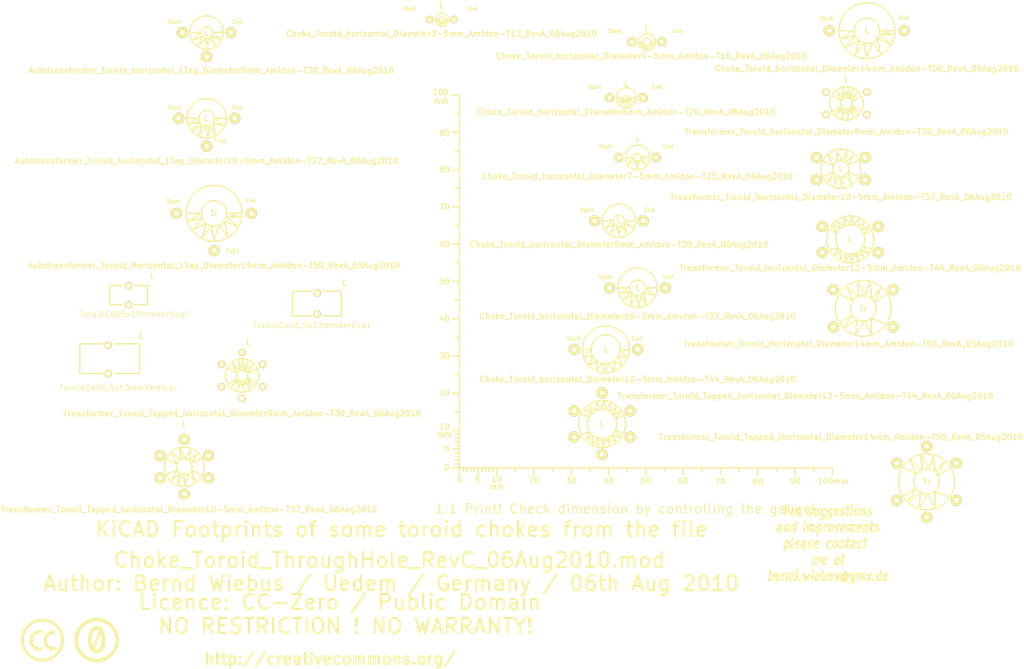
<source format=kicad_pcb>
(kicad_pcb (version 3) (host pcbnew "(2013-03-30 BZR 4007)-stable")

  (general
    (links 0)
    (no_connects 0)
    (area -16.90696 16.0216 298.9064 196.6694)
    (thickness 1.6002)
    (drawings 7)
    (tracks 0)
    (zones 0)
    (modules 25)
    (nets 1)
  )

  (page A4)
  (layers
    (15 Vorderseite signal)
    (0 Rückseite signal)
    (16 B.Adhes user)
    (17 F.Adhes user)
    (18 B.Paste user)
    (19 F.Paste user)
    (20 B.SilkS user)
    (21 F.SilkS user)
    (22 B.Mask user)
    (23 F.Mask user)
    (24 Dwgs.User user)
    (25 Cmts.User user)
    (26 Eco1.User user)
    (27 Eco2.User user)
    (28 Edge.Cuts user)
  )

  (setup
    (last_trace_width 0.2032)
    (trace_clearance 0.254)
    (zone_clearance 0.508)
    (zone_45_only no)
    (trace_min 0.2032)
    (segment_width 0.381)
    (edge_width 0.381)
    (via_size 0.889)
    (via_drill 0.635)
    (via_min_size 0.889)
    (via_min_drill 0.508)
    (uvia_size 0.508)
    (uvia_drill 0.127)
    (uvias_allowed no)
    (uvia_min_size 0.508)
    (uvia_min_drill 0.127)
    (pcb_text_width 0.3048)
    (pcb_text_size 1.524 2.032)
    (mod_edge_width 0.381)
    (mod_text_size 1.524 1.524)
    (mod_text_width 0.3048)
    (pad_size 1.524 1.524)
    (pad_drill 0.8128)
    (pad_to_mask_clearance 0.254)
    (aux_axis_origin 0 0)
    (visible_elements 7FFFFFFF)
    (pcbplotparams
      (layerselection 3178497)
      (usegerberextensions true)
      (excludeedgelayer true)
      (linewidth 60)
      (plotframeref false)
      (viasonmask false)
      (mode 1)
      (useauxorigin false)
      (hpglpennumber 1)
      (hpglpenspeed 20)
      (hpglpendiameter 15)
      (hpglpenoverlay 0)
      (psnegative false)
      (psa4output false)
      (plotreference true)
      (plotvalue true)
      (plotothertext true)
      (plotinvisibletext false)
      (padsonsilk false)
      (subtractmaskfromsilk false)
      (outputformat 1)
      (mirror false)
      (drillshape 1)
      (scaleselection 1)
      (outputdirectory ""))
  )

  (net 0 "")

  (net_class Default "Dies ist die voreingestellte Netzklasse."
    (clearance 0.254)
    (trace_width 0.2032)
    (via_dia 0.889)
    (via_drill 0.635)
    (uvia_dia 0.508)
    (uvia_drill 0.127)
    (add_net "")
  )

  (module Gauge_100mm_Type2_SilkScreenTop_RevA_Date22Jun2010 (layer Vorderseite) (tedit 4D963937) (tstamp 4D88F07A)
    (at 132.75056 141.2494)
    (descr "Gauge, Massstab, 100mm, SilkScreenTop, Type 2,")
    (tags "Gauge, Massstab, 100mm, SilkScreenTop, Type 2,")
    (path Gauge_100mm_Type2_SilkScreenTop_RevA_Date22Jun2010)
    (fp_text reference MSC (at 4.0005 8.99922) (layer F.SilkS) hide
      (effects (font (size 1.524 1.524) (thickness 0.3048)))
    )
    (fp_text value Gauge_100mm_Type2_SilkScreenTop_RevA_Date22Jun2010 (at 45.9994 8.99922) (layer F.SilkS) hide
      (effects (font (size 1.524 1.524) (thickness 0.3048)))
    )
    (fp_text user mm (at 9.99998 5.00126) (layer F.SilkS)
      (effects (font (size 1.524 1.524) (thickness 0.3048)))
    )
    (fp_text user mm (at -4.0005 -8.99922) (layer F.SilkS)
      (effects (font (size 1.524 1.524) (thickness 0.3048)))
    )
    (fp_text user mm (at -5.00126 -98.5012) (layer F.SilkS)
      (effects (font (size 1.524 1.524) (thickness 0.3048)))
    )
    (fp_text user 10 (at 10.00506 3.0988) (layer F.SilkS)
      (effects (font (size 1.50114 1.50114) (thickness 0.29972)))
    )
    (fp_text user 0 (at 0.00508 3.19786) (layer F.SilkS)
      (effects (font (size 1.39954 1.50114) (thickness 0.29972)))
    )
    (fp_text user 5 (at 5.0038 3.29946) (layer F.SilkS)
      (effects (font (size 1.50114 1.50114) (thickness 0.29972)))
    )
    (fp_text user 20 (at 20.1041 3.29946) (layer F.SilkS)
      (effects (font (size 1.50114 1.50114) (thickness 0.29972)))
    )
    (fp_text user 30 (at 30.00502 3.39852) (layer F.SilkS)
      (effects (font (size 1.50114 1.50114) (thickness 0.29972)))
    )
    (fp_text user 40 (at 40.005 3.50012) (layer F.SilkS)
      (effects (font (size 1.50114 1.50114) (thickness 0.29972)))
    )
    (fp_text user 50 (at 50.00498 3.50012) (layer F.SilkS)
      (effects (font (size 1.50114 1.50114) (thickness 0.29972)))
    )
    (fp_text user 60 (at 60.00496 3.50012) (layer F.SilkS)
      (effects (font (size 1.50114 1.50114) (thickness 0.29972)))
    )
    (fp_text user 70 (at 70.00494 3.70078) (layer F.SilkS)
      (effects (font (size 1.50114 1.50114) (thickness 0.29972)))
    )
    (fp_text user 80 (at 80.00492 3.79984) (layer F.SilkS)
      (effects (font (size 1.50114 1.50114) (thickness 0.29972)))
    )
    (fp_text user 90 (at 90.1065 3.60172) (layer F.SilkS)
      (effects (font (size 1.50114 1.50114) (thickness 0.29972)))
    )
    (fp_text user 100mm (at 100.10648 3.60172) (layer F.SilkS)
      (effects (font (size 1.50114 1.50114) (thickness 0.29972)))
    )
    (fp_line (start 0 -8.99922) (end -1.00076 -8.99922) (layer F.SilkS) (width 0.381))
    (fp_line (start 0 -8.001) (end -1.00076 -8.001) (layer F.SilkS) (width 0.381))
    (fp_line (start 0 -7.00024) (end -1.00076 -7.00024) (layer F.SilkS) (width 0.381))
    (fp_line (start 0 -5.99948) (end -1.00076 -5.99948) (layer F.SilkS) (width 0.381))
    (fp_line (start 0 -4.0005) (end -1.00076 -4.0005) (layer F.SilkS) (width 0.381))
    (fp_line (start 0 -2.99974) (end -1.00076 -2.99974) (layer F.SilkS) (width 0.381))
    (fp_line (start 0 -1.99898) (end -1.00076 -1.99898) (layer F.SilkS) (width 0.381))
    (fp_line (start 0 -1.00076) (end -1.00076 -1.00076) (layer F.SilkS) (width 0.381))
    (fp_line (start 0 0) (end -1.99898 0) (layer F.SilkS) (width 0.381))
    (fp_line (start 0 -5.00126) (end -1.99898 -5.00126) (layer F.SilkS) (width 0.381))
    (fp_line (start 0 -9.99998) (end -1.99898 -9.99998) (layer F.SilkS) (width 0.381))
    (fp_line (start 0 -15.00124) (end -1.00076 -15.00124) (layer F.SilkS) (width 0.381))
    (fp_line (start 0 -19.99996) (end -1.99898 -19.99996) (layer F.SilkS) (width 0.381))
    (fp_line (start 0 -25.00122) (end -1.00076 -25.00122) (layer F.SilkS) (width 0.381))
    (fp_line (start 0 -29.99994) (end -1.99898 -29.99994) (layer F.SilkS) (width 0.381))
    (fp_line (start 0 -35.0012) (end -1.00076 -35.0012) (layer F.SilkS) (width 0.381))
    (fp_line (start 0 -39.99992) (end -1.99898 -39.99992) (layer F.SilkS) (width 0.381))
    (fp_line (start 0 -45.00118) (end -1.00076 -45.00118) (layer F.SilkS) (width 0.381))
    (fp_line (start 0 -49.9999) (end -1.99898 -49.9999) (layer F.SilkS) (width 0.381))
    (fp_line (start 0 -55.00116) (end -1.00076 -55.00116) (layer F.SilkS) (width 0.381))
    (fp_line (start 0 -59.99988) (end -1.99898 -59.99988) (layer F.SilkS) (width 0.381))
    (fp_line (start 0 -65.00114) (end -1.00076 -65.00114) (layer F.SilkS) (width 0.381))
    (fp_line (start 0 -69.99986) (end -1.99898 -69.99986) (layer F.SilkS) (width 0.381))
    (fp_line (start 0 -75.00112) (end -1.00076 -75.00112) (layer F.SilkS) (width 0.381))
    (fp_line (start 0 -79.99984) (end -1.99898 -79.99984) (layer F.SilkS) (width 0.381))
    (fp_line (start 0 -85.0011) (end -1.00076 -85.0011) (layer F.SilkS) (width 0.381))
    (fp_line (start 0 -89.99982) (end -1.99898 -89.99982) (layer F.SilkS) (width 0.381))
    (fp_line (start 0 -95.00108) (end -1.00076 -95.00108) (layer F.SilkS) (width 0.381))
    (fp_line (start 0 0) (end 0 -99.9998) (layer F.SilkS) (width 0.381))
    (fp_line (start 0 -99.9998) (end -1.99898 -99.9998) (layer F.SilkS) (width 0.381))
    (fp_text user 100 (at -4.99872 -100.7491) (layer F.SilkS)
      (effects (font (size 1.50114 1.50114) (thickness 0.29972)))
    )
    (fp_text user 90 (at -4.0005 -89.7509) (layer F.SilkS)
      (effects (font (size 1.50114 1.50114) (thickness 0.29972)))
    )
    (fp_text user 80 (at -4.0005 -79.99984) (layer F.SilkS)
      (effects (font (size 1.50114 1.50114) (thickness 0.29972)))
    )
    (fp_text user 70 (at -4.0005 -69.99986) (layer F.SilkS)
      (effects (font (size 1.50114 1.50114) (thickness 0.29972)))
    )
    (fp_text user 60 (at -4.0005 -59.99988) (layer F.SilkS)
      (effects (font (size 1.50114 1.50114) (thickness 0.29972)))
    )
    (fp_text user 50 (at -4.0005 -49.9999) (layer F.SilkS)
      (effects (font (size 1.50114 1.50114) (thickness 0.34036)))
    )
    (fp_text user 40 (at -4.0005 -39.99992) (layer F.SilkS)
      (effects (font (size 1.50114 1.50114) (thickness 0.29972)))
    )
    (fp_text user 30 (at -4.0005 -29.99994) (layer F.SilkS)
      (effects (font (size 1.50114 1.50114) (thickness 0.29972)))
    )
    (fp_text user 20 (at -4.0005 -19.99996) (layer F.SilkS)
      (effects (font (size 1.50114 1.50114) (thickness 0.29972)))
    )
    (fp_line (start 95.00108 0) (end 95.00108 1.00076) (layer F.SilkS) (width 0.381))
    (fp_line (start 89.99982 0) (end 89.99982 1.99898) (layer F.SilkS) (width 0.381))
    (fp_line (start 85.0011 0) (end 85.0011 1.00076) (layer F.SilkS) (width 0.381))
    (fp_line (start 79.99984 0) (end 79.99984 1.99898) (layer F.SilkS) (width 0.381))
    (fp_line (start 75.00112 0) (end 75.00112 1.00076) (layer F.SilkS) (width 0.381))
    (fp_line (start 69.99986 0) (end 69.99986 1.99898) (layer F.SilkS) (width 0.381))
    (fp_line (start 65.00114 0) (end 65.00114 1.00076) (layer F.SilkS) (width 0.381))
    (fp_line (start 59.99988 0) (end 59.99988 1.99898) (layer F.SilkS) (width 0.381))
    (fp_line (start 55.00116 0) (end 55.00116 1.00076) (layer F.SilkS) (width 0.381))
    (fp_line (start 49.9999 0) (end 49.9999 1.99898) (layer F.SilkS) (width 0.381))
    (fp_line (start 45.00118 0) (end 45.00118 1.00076) (layer F.SilkS) (width 0.381))
    (fp_line (start 39.99992 0) (end 39.99992 1.99898) (layer F.SilkS) (width 0.381))
    (fp_line (start 35.0012 0) (end 35.0012 1.00076) (layer F.SilkS) (width 0.381))
    (fp_line (start 29.99994 0) (end 29.99994 1.99898) (layer F.SilkS) (width 0.381))
    (fp_line (start 25.00122 0) (end 25.00122 1.00076) (layer F.SilkS) (width 0.381))
    (fp_line (start 19.99996 0) (end 19.99996 1.99898) (layer F.SilkS) (width 0.381))
    (fp_line (start 15.00124 0) (end 15.00124 1.00076) (layer F.SilkS) (width 0.381))
    (fp_line (start 9.99998 0) (end 99.9998 0) (layer F.SilkS) (width 0.381))
    (fp_line (start 99.9998 0) (end 99.9998 1.99898) (layer F.SilkS) (width 0.381))
    (fp_text user 5 (at -3.302 -5.10286) (layer F.SilkS)
      (effects (font (size 1.50114 1.50114) (thickness 0.29972)))
    )
    (fp_text user 0 (at -3.4036 -0.10414) (layer F.SilkS)
      (effects (font (size 1.50114 1.50114) (thickness 0.29972)))
    )
    (fp_text user 10 (at -4.0005 -11.00074) (layer F.SilkS)
      (effects (font (size 1.50114 1.50114) (thickness 0.29972)))
    )
    (fp_line (start 8.99922 0) (end 8.99922 1.00076) (layer F.SilkS) (width 0.381))
    (fp_line (start 8.001 0) (end 8.001 1.00076) (layer F.SilkS) (width 0.381))
    (fp_line (start 7.00024 0) (end 7.00024 1.00076) (layer F.SilkS) (width 0.381))
    (fp_line (start 5.99948 0) (end 5.99948 1.00076) (layer F.SilkS) (width 0.381))
    (fp_line (start 4.0005 0) (end 4.0005 1.00076) (layer F.SilkS) (width 0.381))
    (fp_line (start 2.99974 0) (end 2.99974 1.00076) (layer F.SilkS) (width 0.381))
    (fp_line (start 1.99898 0) (end 1.99898 1.00076) (layer F.SilkS) (width 0.381))
    (fp_line (start 1.00076 0) (end 1.00076 1.00076) (layer F.SilkS) (width 0.381))
    (fp_line (start 5.00126 0) (end 5.00126 1.99898) (layer F.SilkS) (width 0.381))
    (fp_line (start 0 0) (end 0 1.99898) (layer F.SilkS) (width 0.381))
    (fp_line (start 0 0) (end 9.99998 0) (layer F.SilkS) (width 0.381))
    (fp_line (start 9.99998 0) (end 9.99998 1.99898) (layer F.SilkS) (width 0.381))
  )

  (module Symbol_CreativeCommons_SilkScreenTop_Type2_Big (layer Vorderseite) (tedit 515D640C) (tstamp 515F46B2)
    (at 21 187.5)
    (descr "Symbol, Creative Commons, SilkScreen Top, Type 2, Big,")
    (tags "Symbol, Creative Commons, SilkScreen Top, Type 2, Big,")
    (path Symbol_CreativeCommons_CopperTop_Type2_Big)
    (fp_text reference Sym (at 0.59944 -7.29996) (layer F.SilkS) hide
      (effects (font (size 1.524 1.524) (thickness 0.3048)))
    )
    (fp_text value Symbol_CreativeCommons_Typ2_SilkScreenTop_Big (at 0.59944 8.001) (layer F.SilkS) hide
      (effects (font (size 1.524 1.524) (thickness 0.3048)))
    )
    (fp_line (start -0.70104 2.70002) (end -0.29972 2.60096) (layer F.SilkS) (width 0.381))
    (fp_line (start -0.29972 2.60096) (end -0.20066 2.10058) (layer F.SilkS) (width 0.381))
    (fp_line (start -2.49936 -1.69926) (end -2.70002 -1.6002) (layer F.SilkS) (width 0.381))
    (fp_line (start -2.70002 -1.6002) (end -3.0988 -1.00076) (layer F.SilkS) (width 0.381))
    (fp_line (start -3.0988 -1.00076) (end -3.29946 -0.50038) (layer F.SilkS) (width 0.381))
    (fp_line (start -3.29946 -0.50038) (end -3.40106 0.39878) (layer F.SilkS) (width 0.381))
    (fp_line (start -3.40106 0.39878) (end -3.29946 0.89916) (layer F.SilkS) (width 0.381))
    (fp_line (start -0.19812 2.4003) (end -0.29718 2.59842) (layer F.SilkS) (width 0.381))
    (fp_line (start 3.70078 2.10058) (end 3.79984 2.4003) (layer F.SilkS) (width 0.381))
    (fp_line (start 2.99974 -2.4003) (end 3.29946 -2.30124) (layer F.SilkS) (width 0.381))
    (fp_line (start 3.29946 -2.30124) (end 3.0988 -1.99898) (layer F.SilkS) (width 0.381))
    (fp_line (start 0 -5.40004) (end -0.50038 -5.40004) (layer F.SilkS) (width 0.381))
    (fp_line (start -0.50038 -5.40004) (end -1.30048 -5.10032) (layer F.SilkS) (width 0.381))
    (fp_line (start -1.30048 -5.10032) (end -1.99898 -4.89966) (layer F.SilkS) (width 0.381))
    (fp_line (start -1.99898 -4.89966) (end -2.70002 -4.699) (layer F.SilkS) (width 0.381))
    (fp_line (start -2.70002 -4.699) (end -3.29946 -4.20116) (layer F.SilkS) (width 0.381))
    (fp_line (start -3.29946 -4.20116) (end -4.0005 -3.59918) (layer F.SilkS) (width 0.381))
    (fp_line (start -4.0005 -3.59918) (end -4.50088 -2.99974) (layer F.SilkS) (width 0.381))
    (fp_line (start -4.50088 -2.99974) (end -5.00126 -2.10058) (layer F.SilkS) (width 0.381))
    (fp_line (start -5.00126 -2.10058) (end -5.30098 -1.09982) (layer F.SilkS) (width 0.381))
    (fp_line (start -5.30098 -1.09982) (end -5.40004 0.09906) (layer F.SilkS) (width 0.381))
    (fp_line (start -5.40004 0.09906) (end -5.19938 1.30048) (layer F.SilkS) (width 0.381))
    (fp_line (start -5.19938 1.30048) (end -4.8006 2.4003) (layer F.SilkS) (width 0.381))
    (fp_line (start -4.8006 2.4003) (end -3.79984 3.8989) (layer F.SilkS) (width 0.381))
    (fp_line (start -3.79984 3.8989) (end -2.60096 4.8006) (layer F.SilkS) (width 0.381))
    (fp_line (start -2.60096 4.8006) (end -1.30048 5.30098) (layer F.SilkS) (width 0.381))
    (fp_line (start -1.30048 5.30098) (end 0.09906 5.30098) (layer F.SilkS) (width 0.381))
    (fp_line (start 0.09906 5.30098) (end 1.6002 5.19938) (layer F.SilkS) (width 0.381))
    (fp_line (start 1.6002 5.19938) (end 2.60096 4.699) (layer F.SilkS) (width 0.381))
    (fp_line (start 2.60096 4.699) (end 4.20116 3.40106) (layer F.SilkS) (width 0.381))
    (fp_line (start 4.20116 3.40106) (end 5.00126 1.80086) (layer F.SilkS) (width 0.381))
    (fp_line (start 5.00126 1.80086) (end 5.40004 0.29972) (layer F.SilkS) (width 0.381))
    (fp_line (start 5.40004 0.29972) (end 5.19938 -1.39954) (layer F.SilkS) (width 0.381))
    (fp_line (start 5.19938 -1.39954) (end 4.699 -2.49936) (layer F.SilkS) (width 0.381))
    (fp_line (start 4.699 -2.49936) (end 3.40106 -4.09956) (layer F.SilkS) (width 0.381))
    (fp_line (start 3.40106 -4.09956) (end 2.4003 -4.8006) (layer F.SilkS) (width 0.381))
    (fp_line (start 2.4003 -4.8006) (end 1.39954 -5.19938) (layer F.SilkS) (width 0.381))
    (fp_line (start 1.39954 -5.19938) (end 0 -5.30098) (layer F.SilkS) (width 0.381))
    (fp_line (start 0.60198 -0.70104) (end 0.50292 -0.20066) (layer F.SilkS) (width 0.381))
    (fp_line (start 0.50292 -0.20066) (end 0.50292 0.49784) (layer F.SilkS) (width 0.381))
    (fp_line (start 0.50292 0.49784) (end 0.60198 1.09982) (layer F.SilkS) (width 0.381))
    (fp_line (start 0.60198 1.09982) (end 1.00076 1.69926) (layer F.SilkS) (width 0.381))
    (fp_line (start 1.00076 1.69926) (end 1.50114 2.19964) (layer F.SilkS) (width 0.381))
    (fp_line (start 1.50114 2.19964) (end 2.10058 2.49936) (layer F.SilkS) (width 0.381))
    (fp_line (start 2.10058 2.49936) (end 2.60096 2.59842) (layer F.SilkS) (width 0.381))
    (fp_line (start 2.60096 2.59842) (end 3.00228 2.59842) (layer F.SilkS) (width 0.381))
    (fp_line (start 3.00228 2.59842) (end 3.40106 2.59842) (layer F.SilkS) (width 0.381))
    (fp_line (start 3.40106 2.59842) (end 3.80238 2.49936) (layer F.SilkS) (width 0.381))
    (fp_line (start 3.80238 2.49936) (end 3.70078 2.2987) (layer F.SilkS) (width 0.381))
    (fp_line (start 3.70078 2.2987) (end 2.80162 2.4003) (layer F.SilkS) (width 0.381))
    (fp_line (start 2.80162 2.4003) (end 1.80086 2.09804) (layer F.SilkS) (width 0.381))
    (fp_line (start 1.80086 2.09804) (end 1.20142 1.6002) (layer F.SilkS) (width 0.381))
    (fp_line (start 1.20142 1.6002) (end 0.80264 0.6985) (layer F.SilkS) (width 0.381))
    (fp_line (start 0.80264 0.6985) (end 0.70104 -0.29972) (layer F.SilkS) (width 0.381))
    (fp_line (start 0.70104 -0.29972) (end 1.00076 -1.00076) (layer F.SilkS) (width 0.381))
    (fp_line (start 1.00076 -1.00076) (end 1.60274 -1.7018) (layer F.SilkS) (width 0.381))
    (fp_line (start 1.60274 -1.7018) (end 2.30124 -2.10058) (layer F.SilkS) (width 0.381))
    (fp_line (start 2.30124 -2.10058) (end 3.00228 -2.10058) (layer F.SilkS) (width 0.381))
    (fp_line (start 3.00228 -2.10058) (end 3.10134 -1.89992) (layer F.SilkS) (width 0.381))
    (fp_line (start 3.10134 -1.89992) (end 2.5019 -1.89992) (layer F.SilkS) (width 0.381))
    (fp_line (start 2.5019 -1.89992) (end 1.80086 -1.6002) (layer F.SilkS) (width 0.381))
    (fp_line (start 1.80086 -1.6002) (end 1.30048 -1.00076) (layer F.SilkS) (width 0.381))
    (fp_line (start 1.30048 -1.00076) (end 1.00076 -0.40132) (layer F.SilkS) (width 0.381))
    (fp_line (start 1.00076 -0.40132) (end 1.00076 0.09906) (layer F.SilkS) (width 0.381))
    (fp_line (start 1.00076 0.09906) (end 1.00076 0.6985) (layer F.SilkS) (width 0.381))
    (fp_line (start 1.00076 0.6985) (end 1.30048 1.19888) (layer F.SilkS) (width 0.381))
    (fp_line (start 1.30048 1.19888) (end 1.7018 1.69926) (layer F.SilkS) (width 0.381))
    (fp_line (start 1.7018 1.69926) (end 2.30124 1.99898) (layer F.SilkS) (width 0.381))
    (fp_line (start 2.30124 1.99898) (end 2.90068 2.09804) (layer F.SilkS) (width 0.381))
    (fp_line (start 2.90068 2.09804) (end 3.40106 2.09804) (layer F.SilkS) (width 0.381))
    (fp_line (start 3.40106 2.09804) (end 3.70078 1.99898) (layer F.SilkS) (width 0.381))
    (fp_line (start 3.00228 -2.4003) (end 2.40284 -2.4003) (layer F.SilkS) (width 0.381))
    (fp_line (start 2.40284 -2.4003) (end 2.00152 -2.20218) (layer F.SilkS) (width 0.381))
    (fp_line (start 2.00152 -2.20218) (end 1.50114 -2.00152) (layer F.SilkS) (width 0.381))
    (fp_line (start 1.50114 -2.00152) (end 1.10236 -1.6002) (layer F.SilkS) (width 0.381))
    (fp_line (start 1.10236 -1.6002) (end 0.80264 -1.09982) (layer F.SilkS) (width 0.381))
    (fp_line (start 0.80264 -1.09982) (end 0.60198 -0.70104) (layer F.SilkS) (width 0.381))
    (fp_line (start -0.39878 -1.99898) (end -0.89916 -1.99898) (layer F.SilkS) (width 0.381))
    (fp_line (start -0.89916 -1.99898) (end -1.39954 -1.89738) (layer F.SilkS) (width 0.381))
    (fp_line (start -1.39954 -1.89738) (end -1.89992 -1.59766) (layer F.SilkS) (width 0.381))
    (fp_line (start -1.89992 -1.59766) (end -2.4003 -1.19888) (layer F.SilkS) (width 0.381))
    (fp_line (start -2.4003 -1.30048) (end -2.70002 -0.8001) (layer F.SilkS) (width 0.381))
    (fp_line (start -2.70002 -0.8001) (end -2.79908 -0.29972) (layer F.SilkS) (width 0.381))
    (fp_line (start -2.79908 -0.29972) (end -2.79908 0.20066) (layer F.SilkS) (width 0.381))
    (fp_line (start -2.79908 0.20066) (end -2.59842 1.00076) (layer F.SilkS) (width 0.381))
    (fp_line (start -2.69748 1.00076) (end -2.39776 1.39954) (layer F.SilkS) (width 0.381))
    (fp_line (start -2.29616 1.4986) (end -1.79578 1.89992) (layer F.SilkS) (width 0.381))
    (fp_line (start -1.79578 1.89992) (end -1.29794 2.09804) (layer F.SilkS) (width 0.381))
    (fp_line (start -1.29794 2.09804) (end -0.89662 2.19964) (layer F.SilkS) (width 0.381))
    (fp_line (start -0.89662 2.19964) (end -0.49784 2.19964) (layer F.SilkS) (width 0.381))
    (fp_line (start -0.49784 2.19964) (end -0.19812 2.09804) (layer F.SilkS) (width 0.381))
    (fp_line (start -0.19812 2.09804) (end -0.29718 2.4003) (layer F.SilkS) (width 0.381))
    (fp_line (start -0.29718 2.4003) (end -0.89662 2.49936) (layer F.SilkS) (width 0.381))
    (fp_line (start -0.89662 2.49936) (end -1.59766 2.2987) (layer F.SilkS) (width 0.381))
    (fp_line (start -1.59766 2.2987) (end -2.29616 1.79832) (layer F.SilkS) (width 0.381))
    (fp_line (start -2.29616 1.79832) (end -2.79654 1.29794) (layer F.SilkS) (width 0.381))
    (fp_line (start -2.79908 1.39954) (end -2.99974 0.70104) (layer F.SilkS) (width 0.381))
    (fp_line (start -2.99974 0.70104) (end -3.0988 0) (layer F.SilkS) (width 0.381))
    (fp_line (start -3.0988 0) (end -2.99974 -0.59944) (layer F.SilkS) (width 0.381))
    (fp_line (start -2.99974 -0.8001) (end -2.70002 -1.30048) (layer F.SilkS) (width 0.381))
    (fp_line (start -2.70002 -1.09982) (end -2.19964 -1.6002) (layer F.SilkS) (width 0.381))
    (fp_line (start -2.19964 -1.69926) (end -1.69926 -1.99898) (layer F.SilkS) (width 0.381))
    (fp_line (start -1.69926 -1.99898) (end -1.19888 -2.19964) (layer F.SilkS) (width 0.381))
    (fp_line (start -1.19888 -2.19964) (end -0.6985 -2.19964) (layer F.SilkS) (width 0.381))
    (fp_line (start -0.6985 -2.19964) (end -0.29972 -2.19964) (layer F.SilkS) (width 0.381))
    (fp_line (start -0.29972 -2.19964) (end -0.20066 -2.39776) (layer F.SilkS) (width 0.381))
    (fp_line (start -0.20066 -2.39776) (end -0.59944 -2.49936) (layer F.SilkS) (width 0.381))
    (fp_line (start -0.59944 -2.49936) (end -1.00076 -2.49936) (layer F.SilkS) (width 0.381))
    (fp_line (start -1.00076 -2.49936) (end -1.4986 -2.39776) (layer F.SilkS) (width 0.381))
    (fp_line (start -1.4986 -2.39776) (end -2.10058 -2.09804) (layer F.SilkS) (width 0.381))
    (fp_line (start -2.10058 -2.09804) (end -2.59842 -1.69926) (layer F.SilkS) (width 0.381))
    (fp_line (start -2.59842 -1.6002) (end -3.0988 -0.89916) (layer F.SilkS) (width 0.381))
    (fp_line (start -3.0988 -0.89916) (end -3.29946 -0.29972) (layer F.SilkS) (width 0.381))
    (fp_line (start -3.29946 -0.29972) (end -3.29946 0.40132) (layer F.SilkS) (width 0.381))
    (fp_line (start -3.29946 0.40132) (end -3.2004 1.00076) (layer F.SilkS) (width 0.381))
    (fp_line (start -3.29946 0.8001) (end -2.99974 1.39954) (layer F.SilkS) (width 0.381))
    (fp_line (start -2.89814 1.4986) (end -2.49682 1.99898) (layer F.SilkS) (width 0.381))
    (fp_line (start -2.49682 1.99898) (end -1.89738 2.4003) (layer F.SilkS) (width 0.381))
    (fp_line (start -1.89738 2.4003) (end -1.19634 2.59842) (layer F.SilkS) (width 0.381))
    (fp_line (start -1.19634 2.59842) (end -0.69596 2.70002) (layer F.SilkS) (width 0.381))
    (fp_line (start -2.9972 1.19888) (end -2.59842 1.19888) (layer F.SilkS) (width 0.381))
    (fp_circle (center 0 0) (end 5.08 1.016) (layer F.SilkS) (width 0.381))
    (fp_circle (center 0 0) (end 5.588 0) (layer F.SilkS) (width 0.381))
  )

  (module Symbol_CC-PublicDomain_SilkScreenTop_Big (layer Vorderseite) (tedit 515D8B38) (tstamp 515D9D07)
    (at 35.5 187.5)
    (descr "Symbol, CC-PublicDomain, SilkScreen Top, Big,")
    (tags "Symbol, CC-PublicDomain, SilkScreen Top, Big,")
    (path Symbol_CC-Noncommercial_CopperTop_Big)
    (fp_text reference Sym (at 0.59944 -7.29996) (layer F.SilkS) hide
      (effects (font (size 1.524 1.524) (thickness 0.3048)))
    )
    (fp_text value Symbol_CC-PublicDomain_SilkScreenTop_Big (at 0.59944 8.001) (layer F.SilkS) hide
      (effects (font (size 1.524 1.524) (thickness 0.3048)))
    )
    (fp_line (start 1.1 -2.65) (end -0.95 2.95) (layer F.SilkS) (width 0.381))
    (fp_line (start -0.95 2.95) (end -1.1 2.5) (layer F.SilkS) (width 0.381))
    (fp_line (start -1.1 2.5) (end 1 -3.1) (layer F.SilkS) (width 0.381))
    (fp_circle (center 0 0) (end 5.8 -0.05) (layer F.SilkS) (width 0.381))
    (fp_circle (center 0 0) (end 5.5 0) (layer F.SilkS) (width 0.381))
    (fp_circle (center 0.05 0) (end 5.25 0) (layer F.SilkS) (width 0.381))
    (fp_line (start 1.1 -2.5) (end 1.4 -1.9) (layer F.SilkS) (width 0.381))
    (fp_line (start -1.8 1.2) (end -1.6 1.9) (layer F.SilkS) (width 0.381))
    (fp_line (start -1.6 1.9) (end -1.2 2.5) (layer F.SilkS) (width 0.381))
    (fp_line (start 0 -3) (end 0.75 -2.75) (layer F.SilkS) (width 0.381))
    (fp_line (start 0.75 -2.75) (end 1 -2.25) (layer F.SilkS) (width 0.381))
    (fp_line (start 1 -2.25) (end 1.5 -1) (layer F.SilkS) (width 0.381))
    (fp_line (start 1.5 -1) (end 1.5 -0.5) (layer F.SilkS) (width 0.381))
    (fp_line (start 1.5 -0.5) (end 1.5 0.5) (layer F.SilkS) (width 0.381))
    (fp_line (start 1.5 0.5) (end 1.25 1.5) (layer F.SilkS) (width 0.381))
    (fp_line (start 1.25 1.5) (end 0.75 2.5) (layer F.SilkS) (width 0.381))
    (fp_line (start 0.75 2.5) (end 0.25 2.75) (layer F.SilkS) (width 0.381))
    (fp_line (start 0.25 2.75) (end -0.25 2.75) (layer F.SilkS) (width 0.381))
    (fp_line (start -0.25 2.75) (end -0.75 2.5) (layer F.SilkS) (width 0.381))
    (fp_line (start -0.75 2.5) (end -1.25 1.75) (layer F.SilkS) (width 0.381))
    (fp_line (start -1.25 1.75) (end -1.5 0.75) (layer F.SilkS) (width 0.381))
    (fp_line (start -1.5 0.75) (end -1.5 -0.75) (layer F.SilkS) (width 0.381))
    (fp_line (start -1.5 -0.75) (end -1.25 -1.75) (layer F.SilkS) (width 0.381))
    (fp_line (start -1.25 -1.75) (end -1 -2.5) (layer F.SilkS) (width 0.381))
    (fp_line (start -1 -2.5) (end -0.3 -2.9) (layer F.SilkS) (width 0.381))
    (fp_line (start -0.3 -2.9) (end 0.2 -3) (layer F.SilkS) (width 0.381))
    (fp_line (start 0.2 -3) (end 0.8 -3) (layer F.SilkS) (width 0.381))
    (fp_line (start 0.8 -3) (end 1.4 -2.3) (layer F.SilkS) (width 0.381))
    (fp_line (start 1.4 -2.3) (end 1.6 -1.4) (layer F.SilkS) (width 0.381))
    (fp_line (start 1.6 -1.4) (end 1.7 -0.3) (layer F.SilkS) (width 0.381))
    (fp_line (start 1.7 -0.3) (end 1.7 0.9) (layer F.SilkS) (width 0.381))
    (fp_line (start 1.7 0.9) (end 1.4 1.8) (layer F.SilkS) (width 0.381))
    (fp_line (start 1.4 1.8) (end 1 2.7) (layer F.SilkS) (width 0.381))
    (fp_line (start 1 2.7) (end 0.5 3) (layer F.SilkS) (width 0.381))
    (fp_line (start 0.5 3) (end -0.4 3) (layer F.SilkS) (width 0.381))
    (fp_line (start -0.4 3) (end -1.3 2.3) (layer F.SilkS) (width 0.381))
    (fp_line (start -1.3 2.3) (end -1.7 1) (layer F.SilkS) (width 0.381))
    (fp_line (start -1.7 1) (end -1.8 -0.7) (layer F.SilkS) (width 0.381))
    (fp_line (start -1.8 -0.7) (end -1.4 -2.2) (layer F.SilkS) (width 0.381))
    (fp_line (start -1.4 -2.2) (end -1 -2.9) (layer F.SilkS) (width 0.381))
    (fp_line (start -1 -2.9) (end -0.2 -3.3) (layer F.SilkS) (width 0.381))
    (fp_line (start -0.2 -3.3) (end 0.7 -3.2) (layer F.SilkS) (width 0.381))
    (fp_line (start 0.7 -3.2) (end 1.3 -3.1) (layer F.SilkS) (width 0.381))
    (fp_line (start 1.3 -3.1) (end 1.7 -2.4) (layer F.SilkS) (width 0.381))
    (fp_line (start 1.7 -2.4) (end 2 -1.6) (layer F.SilkS) (width 0.381))
    (fp_line (start 2 -1.6) (end 2.1 -0.6) (layer F.SilkS) (width 0.381))
    (fp_line (start 2.1 -0.6) (end 2.1 0.3) (layer F.SilkS) (width 0.381))
    (fp_line (start 2.1 0.3) (end 2.1 1.3) (layer F.SilkS) (width 0.381))
    (fp_line (start 2.1 1.3) (end 1.9 1.8) (layer F.SilkS) (width 0.381))
    (fp_line (start 1.9 1.8) (end 1.5 2.6) (layer F.SilkS) (width 0.381))
    (fp_line (start 1.5 2.6) (end 1.1 3) (layer F.SilkS) (width 0.381))
    (fp_line (start 1.1 3) (end 0.4 3.3) (layer F.SilkS) (width 0.381))
    (fp_line (start 0.4 3.3) (end -0.1 3.4) (layer F.SilkS) (width 0.381))
    (fp_line (start -0.1 3.4) (end -0.8 3.2) (layer F.SilkS) (width 0.381))
    (fp_line (start -0.8 3.2) (end -1.5 2.6) (layer F.SilkS) (width 0.381))
    (fp_line (start -1.5 2.6) (end -1.9 1.7) (layer F.SilkS) (width 0.381))
    (fp_line (start -1.9 1.7) (end -2.1 0.4) (layer F.SilkS) (width 0.381))
    (fp_line (start -2.1 0.4) (end -2.1 -0.6) (layer F.SilkS) (width 0.381))
    (fp_line (start -2.1 -0.6) (end -2 -1.6) (layer F.SilkS) (width 0.381))
    (fp_line (start -2 -1.6) (end -1.7 -2.4) (layer F.SilkS) (width 0.381))
    (fp_line (start -1.7 -2.4) (end -1.2 -3.1) (layer F.SilkS) (width 0.381))
    (fp_line (start -1.2 -3.1) (end -0.4 -3.6) (layer F.SilkS) (width 0.381))
    (fp_line (start -0.4 -3.6) (end 0.4 -3.6) (layer F.SilkS) (width 0.381))
    (fp_line (start 0.4 -3.6) (end 1.1 -3.2) (layer F.SilkS) (width 0.381))
    (fp_line (start 1.1 -3.2) (end 1.1 -2.9) (layer F.SilkS) (width 0.381))
    (fp_line (start 1.1 -2.9) (end 1.8 -1.5) (layer F.SilkS) (width 0.381))
    (fp_line (start 1.8 -1.5) (end 1.8 -0.4) (layer F.SilkS) (width 0.381))
    (fp_line (start 1.8 -0.4) (end 1.8 1.1) (layer F.SilkS) (width 0.381))
    (fp_line (start 1.8 1.1) (end 1.2 2.6) (layer F.SilkS) (width 0.381))
    (fp_line (start 1.2 2.6) (end 0.2 3.2) (layer F.SilkS) (width 0.381))
    (fp_line (start 0.2 3.2) (end -0.5 3.2) (layer F.SilkS) (width 0.381))
    (fp_line (start -0.5 3.2) (end -1.1 2.7) (layer F.SilkS) (width 0.381))
    (fp_line (start -1.1 2.7) (end -1.9 0.6) (layer F.SilkS) (width 0.381))
    (fp_line (start -1.9 0.6) (end -1.7 -1.9) (layer F.SilkS) (width 0.381))
  )

  (module Autotransformer_Toroid_horizontal_1Tap_Diameter9mm_Amidon-T30_RevA_06Aug2010 (layer Vorderseite) (tedit 515D8E89) (tstamp 515DB257)
    (at 65 24.5)
    (descr "Autotransformer, Toroid, horizontal, laying, 1 Tap, Diameter 9mm, Amidon T30,")
    (tags "Autotransformer, Toroid, horizontal, laying, 1 Tap, Diameter 9mm, Amidon T30,")
    (fp_text reference L (at 0 0) (layer F.SilkS)
      (effects (font (size 1.524 1.524) (thickness 0.3048)))
    )
    (fp_text value Autotransformer_Toroid_horizontal_1Tap_Diameter9mm_Amidon-T30_RevA_06Aug2010 (at 1.27 10.16) (layer F.SilkS)
      (effects (font (size 1.524 1.524) (thickness 0.3048)))
    )
    (fp_line (start -4.30022 0) (end -1.6002 0) (layer F.SilkS) (width 0.381))
    (fp_line (start -1.6002 0) (end -3.79984 1.99898) (layer F.SilkS) (width 0.381))
    (fp_line (start -3.79984 1.99898) (end -1.19888 1.09982) (layer F.SilkS) (width 0.381))
    (fp_line (start -1.19888 1.09982) (end -2.30124 3.70078) (layer F.SilkS) (width 0.381))
    (fp_line (start -2.30124 3.70078) (end -0.29972 1.50114) (layer F.SilkS) (width 0.381))
    (fp_line (start -0.29972 1.50114) (end 0.20066 4.30022) (layer F.SilkS) (width 0.381))
    (fp_line (start 0.20066 4.30022) (end 0.50038 1.39954) (layer F.SilkS) (width 0.381))
    (fp_line (start 0.50038 1.39954) (end 2.30124 3.59918) (layer F.SilkS) (width 0.381))
    (fp_line (start 2.30124 3.59918) (end 1.30048 0.89916) (layer F.SilkS) (width 0.381))
    (fp_line (start 1.30048 0.89916) (end 3.79984 1.99898) (layer F.SilkS) (width 0.381))
    (fp_line (start 3.79984 1.99898) (end 1.50114 -0.09906) (layer F.SilkS) (width 0.381))
    (fp_line (start 1.50114 -0.09906) (end 4.39928 -0.09906) (layer F.SilkS) (width 0.381))
    (fp_circle (center 0 0) (end 1.50114 0) (layer F.SilkS) (width 0.381))
    (fp_circle (center 0 0) (end 4.50088 0) (layer F.SilkS) (width 0.381))
    (fp_text user End (at 8.19912 -2.90068) (layer F.SilkS)
      (effects (font (size 1.00076 1.00076) (thickness 0.25146)))
    )
    (fp_text user Start (at -8.60044 -2.90068) (layer F.SilkS)
      (effects (font (size 1.00076 1.00076) (thickness 0.25146)))
    )
    (pad 1 thru_hole circle (at -6.49986 0) (size 2.99974 2.99974) (drill 1.19888)
      (layers *.Cu *.Mask F.SilkS)
    )
    (pad 3 thru_hole circle (at 6.49986 0) (size 2.99974 2.99974) (drill 1.19888)
      (layers *.Cu *.Mask F.SilkS)
    )
    (pad 2 thru_hole circle (at 0 6.49986) (size 2.99974 2.99974) (drill 1.19888)
      (layers *.Cu *.Mask F.SilkS)
    )
  )

  (module Autotransformer_Toroid_horizontal_1Tap_Diameter10-5mm_Amidon-T37_RevA_06Aug2010 (layer Vorderseite) (tedit 515D8EA9) (tstamp 515DB510)
    (at 65 47.5)
    (descr "Autotransformer, Toroid, horizontal, laying, 1 Tap, Diameter 10,5mm, Amidon T37,")
    (tags "Autotransformer, Toroid, horizontal, laying, 1 Tap, Diameter 10,5mm, Amidon T37,")
    (fp_text reference L (at 0 0) (layer F.SilkS)
      (effects (font (size 1.524 1.524) (thickness 0.3048)))
    )
    (fp_text value Autotransformer_Toroid_horizontal_1Tap_Diameter10-5mm_Amidon-T37_RevA_06Aug2010 (at 0 11.43) (layer F.SilkS)
      (effects (font (size 1.524 1.524) (thickness 0.3048)))
    )
    (fp_text user Tap1 (at 3.70078 5.99948) (layer F.SilkS)
      (effects (font (size 1.00076 1.00076) (thickness 0.25146)))
    )
    (fp_line (start -5.40004 0) (end -2.19964 0) (layer F.SilkS) (width 0.381))
    (fp_line (start -2.19964 0) (end -5.00126 1.6002) (layer F.SilkS) (width 0.381))
    (fp_line (start -5.00126 1.6002) (end -1.89992 1.00076) (layer F.SilkS) (width 0.381))
    (fp_line (start -1.89992 1.00076) (end -4.0005 3.40106) (layer F.SilkS) (width 0.381))
    (fp_line (start -4.0005 3.40106) (end -1.39954 1.69926) (layer F.SilkS) (width 0.381))
    (fp_line (start -1.39954 1.69926) (end -2.10058 4.89966) (layer F.SilkS) (width 0.381))
    (fp_line (start -2.10058 4.89966) (end -0.29972 2.10058) (layer F.SilkS) (width 0.381))
    (fp_line (start -0.29972 2.10058) (end 0.39878 5.19938) (layer F.SilkS) (width 0.381))
    (fp_line (start 0.39878 5.19938) (end 0.89916 1.89992) (layer F.SilkS) (width 0.381))
    (fp_line (start 0.89916 1.89992) (end 2.30124 4.699) (layer F.SilkS) (width 0.381))
    (fp_line (start 2.30124 4.699) (end 1.80086 1.19888) (layer F.SilkS) (width 0.381))
    (fp_line (start 1.80086 1.19888) (end 4.8006 2.10058) (layer F.SilkS) (width 0.381))
    (fp_line (start 4.8006 2.10058) (end 2.10058 0) (layer F.SilkS) (width 0.381))
    (fp_line (start 2.10058 0) (end 5.30098 0) (layer F.SilkS) (width 0.381))
    (fp_circle (center 0 0) (end 2.10058 0) (layer F.SilkS) (width 0.381))
    (fp_circle (center 0 0) (end 5.30098 0) (layer F.SilkS) (width 0.381))
    (fp_text user End (at 8.19912 -2.90068) (layer F.SilkS)
      (effects (font (size 1.00076 1.00076) (thickness 0.25146)))
    )
    (fp_text user Start (at -8.60044 -2.90068) (layer F.SilkS)
      (effects (font (size 1.00076 1.00076) (thickness 0.25146)))
    )
    (pad 1 thru_hole circle (at -7.50062 0) (size 2.99974 2.99974) (drill 1.19888)
      (layers *.Cu *.Mask F.SilkS)
    )
    (pad 3 thru_hole circle (at 7.50062 0) (size 2.99974 2.99974) (drill 1.19888)
      (layers *.Cu *.Mask F.SilkS)
    )
    (pad 2 thru_hole circle (at 0 7.50062) (size 2.99974 2.99974) (drill 1.19888)
      (layers *.Cu *.Mask F.SilkS)
    )
  )

  (module Autotransformer_Toroid_Horizontal_1Tap_Diameter14mm_Amidon-T50_RevA_05Aug2010 (layer Vorderseite) (tedit 515D8EBA) (tstamp 515DB7BB)
    (at 67 73)
    (descr "Choke, Inductance, Autotransformer, Toroid, horizontal, laying, 1 Tap, Diameter 14mm, Amidon T50,")
    (tags "Choke, Inductance, Autotransformer, Toroid, horizontal, laying, 1 Tap, Diameter 14mm, Amidon T50,")
    (fp_text reference Tr (at 0 0) (layer F.SilkS)
      (effects (font (size 1.524 1.524) (thickness 0.3048)))
    )
    (fp_text value Autotransformer_Toroid_Horizontal_1Tap_Diameter14mm_Amidon-T50_RevA_05Aug2010 (at 0 13.97) (layer F.SilkS)
      (effects (font (size 1.524 1.524) (thickness 0.3048)))
    )
    (fp_line (start -7.50062 0) (end -3.50012 0) (layer F.SilkS) (width 0.381))
    (fp_line (start -3.50012 0) (end -7.00024 2.19964) (layer F.SilkS) (width 0.381))
    (fp_line (start -7.00024 2.19964) (end -3.2004 1.30048) (layer F.SilkS) (width 0.381))
    (fp_line (start -3.2004 1.30048) (end -5.79882 4.59994) (layer F.SilkS) (width 0.381))
    (fp_line (start -5.79882 4.59994) (end -2.10058 2.60096) (layer F.SilkS) (width 0.381))
    (fp_line (start -2.10058 2.60096) (end -3.2004 6.59892) (layer F.SilkS) (width 0.381))
    (fp_line (start -3.2004 6.59892) (end -0.8001 3.29946) (layer F.SilkS) (width 0.381))
    (fp_line (start -0.8001 3.29946) (end -0.09906 7.39902) (layer F.SilkS) (width 0.381))
    (fp_line (start -0.09906 7.39902) (end 1.39954 3.0988) (layer F.SilkS) (width 0.381))
    (fp_line (start 1.39954 3.0988) (end 3.70078 6.4008) (layer F.SilkS) (width 0.381))
    (fp_line (start 3.70078 6.4008) (end 2.70002 1.99898) (layer F.SilkS) (width 0.381))
    (fp_line (start 2.70002 1.99898) (end 6.49986 3.70078) (layer F.SilkS) (width 0.381))
    (fp_line (start 6.49986 3.70078) (end 3.29946 0.8001) (layer F.SilkS) (width 0.381))
    (fp_line (start 3.29946 0.8001) (end 7.39902 1.09982) (layer F.SilkS) (width 0.381))
    (fp_line (start 7.39902 1.09982) (end 3.40106 -0.09906) (layer F.SilkS) (width 0.381))
    (fp_line (start 3.40106 -0.09906) (end 7.50062 0) (layer F.SilkS) (width 0.381))
    (fp_circle (center 0 0) (end 3.40106 0) (layer F.SilkS) (width 0.381))
    (fp_circle (center 0 0) (end 7.50062 0) (layer F.SilkS) (width 0.381))
    (fp_text user Tap1 (at 5.00126 9.99998) (layer F.SilkS)
      (effects (font (size 1.00076 1.00076) (thickness 0.25146)))
    )
    (fp_text user End (at 9.90092 -3.40106) (layer F.SilkS)
      (effects (font (size 1.00076 1.00076) (thickness 0.25146)))
    )
    (fp_text user Start (at -10.89914 -3.2004) (layer F.SilkS)
      (effects (font (size 1.00076 1.00076) (thickness 0.25146)))
    )
    (pad 1 thru_hole circle (at -10.09904 0) (size 2.99974 2.99974) (drill 1.19888)
      (layers *.Cu *.Mask F.SilkS)
    )
    (pad 2 thru_hole circle (at 0 9.99998) (size 2.99974 2.99974) (drill 1.19888)
      (layers *.Cu *.Mask F.SilkS)
    )
    (pad 3 thru_hole circle (at 9.99998 0) (size 2.99974 2.99974) (drill 1.19888)
      (layers *.Cu *.Mask F.SilkS)
    )
  )

  (module Choke_Toroid_5x10mm_Vertical (layer Vorderseite) (tedit 515D8EC3) (tstamp 515DBA4E)
    (at 39 97.5)
    (descr "Toroid, Coil, Choke,  5mm x 10mm, Vertical, Inductor, Drossel, Thruhole,")
    (tags "Toroid, Coil, Choke, 5mm x 10mm, Vertical, Inductor, Drossel, Thruhole,")
    (fp_text reference L (at 11.43 -7.62) (layer F.SilkS)
      (effects (font (size 1.524 1.524) (thickness 0.3048)))
    )
    (fp_text value ToroidCoil5x10mmVertical (at 6.35 2.54) (layer F.SilkS)
      (effects (font (size 1.50114 1.50114) (thickness 0.20066)))
    )
    (fp_line (start 0 0) (end 3.556 0) (layer F.SilkS) (width 0.381))
    (fp_line (start 0 -5.08) (end 3.556 -5.08) (layer F.SilkS) (width 0.381))
    (fp_line (start 7.62 0) (end 6.604 0) (layer F.SilkS) (width 0.381))
    (fp_line (start 7.62 -5.08) (end 6.604 -5.08) (layer F.SilkS) (width 0.381))
    (fp_line (start 10.16 0) (end 7.62 0) (layer F.SilkS) (width 0.381))
    (fp_line (start 10.16 -5.08) (end 7.62 -5.08) (layer F.SilkS) (width 0.381))
    (fp_line (start 10.16 0) (end 10.16 -5.08) (layer F.SilkS) (width 0.381))
    (fp_line (start 0 -5.08) (end 0 0) (layer F.SilkS) (width 0.381))
    (pad 1 thru_hole circle (at 5.08 0) (size 1.99898 1.99898) (drill 1.00076)
      (layers *.Cu *.Mask F.SilkS)
    )
    (pad 2 thru_hole circle (at 5.08 -5.08) (size 1.99898 1.99898) (drill 1.00076)
      (layers *.Cu *.Mask F.SilkS)
    )
  )

  (module Choke_Toroid_6,5x13mm_Vertical (layer Vorderseite) (tedit 515D8ECA) (tstamp 515DBCC1)
    (at 88 100.5)
    (descr "Toroid, Coil, Choke,  6,5mm x 13mm, Vertical, Inductor, Drossel, Thruhole,")
    (tags "Toroid, Coil, Choke,  6,5mm x 13mm, Vertical, Inductor, Drossel, Thruhole,")
    (fp_text reference L (at 13.97 -8.89) (layer F.SilkS)
      (effects (font (size 1.524 1.524) (thickness 0.3048)))
    )
    (fp_text value ToroidCoil6,5x13mmVertical (at 5.08 2.54) (layer F.SilkS)
      (effects (font (size 1.50114 1.50114) (thickness 0.20066)))
    )
    (fp_line (start 0 -6.604) (end 5.207 -6.604) (layer F.SilkS) (width 0.381))
    (fp_line (start 13.081 -6.604) (end 8.128 -6.604) (layer F.SilkS) (width 0.381))
    (fp_line (start 0 0) (end 5.08 0) (layer F.SilkS) (width 0.381))
    (fp_line (start 13.081 0) (end 8.001 0) (layer F.SilkS) (width 0.381))
    (fp_line (start 13.081 0) (end 13.081 -6.604) (layer F.SilkS) (width 0.381))
    (fp_line (start 0 -6.604) (end 0 0) (layer F.SilkS) (width 0.381))
    (pad 1 thru_hole circle (at 6.604 -0.508) (size 1.99898 1.99898) (drill 1.00076)
      (layers *.Cu *.Mask F.SilkS)
    )
    (pad 2 thru_hole circle (at 6.604 -6.096) (size 1.99898 1.99898) (drill 1.00076)
      (layers *.Cu *.Mask F.SilkS)
    )
  )

  (module Choke_Toroid_8x16mm_Vertical (layer Vorderseite) (tedit 515D8ED6) (tstamp 515DBF30)
    (at 31 116)
    (descr "Toroid, Coil, Choke,  6,5mm x 13mm, Vertical, Inductor, Drossel, Thruhole,")
    (tags "Toroid, Coil, Choke,  6,5mm x 13mm, Vertical, Inductor, Drossel, Thruhole,")
    (fp_text reference L (at 16.51 -10.16) (layer F.SilkS)
      (effects (font (size 1.524 1.524) (thickness 0.3048)))
    )
    (fp_text value ToroidCoil6,5x13mmVertical (at 10.16 3.81) (layer F.SilkS)
      (effects (font (size 1.50114 1.50114) (thickness 0.20066)))
    )
    (fp_line (start 16.002 0) (end 9.144 0) (layer F.SilkS) (width 0.381))
    (fp_line (start 0 0) (end 6.096 0) (layer F.SilkS) (width 0.381))
    (fp_line (start 6.096 -8.001) (end 0 -8.001) (layer F.SilkS) (width 0.381))
    (fp_line (start 16.002 -8.001) (end 9.144 -8.001) (layer F.SilkS) (width 0.381))
    (fp_line (start 16.002 0) (end 16.002 -8.001) (layer F.SilkS) (width 0.381))
    (fp_line (start 0 -8.001) (end 0 0) (layer F.SilkS) (width 0.381))
    (pad 1 thru_hole circle (at 7.62 0) (size 1.99898 1.99898) (drill 1.00076)
      (layers *.Cu *.Mask F.SilkS)
    )
    (pad 2 thru_hole circle (at 7.62 -7.62) (size 1.99898 1.99898) (drill 1.00076)
      (layers *.Cu *.Mask F.SilkS)
    )
  )

  (module Choke_Toroid_horizontal_Diameter3-5mm_Amidon-T12_RevA_06Aug2010 (layer Vorderseite) (tedit 515D8EF5) (tstamp 515DC1B3)
    (at 128 21)
    (descr "Choke, Inductance, Toroid, horizontal, laying, Diameter 3,5mm, Amidon, T12,")
    (tags "Choke, Inductance, Toroid, horizontal, laying, Diameter 3,5mm, Amidon, T120,")
    (fp_text reference L (at 0 -3.81) (layer F.SilkS)
      (effects (font (size 1.524 1.524) (thickness 0.3048)))
    )
    (fp_text value Choke_Toroid_horizontal_Diameter3-5mm_Amidon-T12_RevA_06Aug2010 (at 0 3.81) (layer F.SilkS)
      (effects (font (size 1.524 1.524) (thickness 0.3048)))
    )
    (fp_line (start -1.80086 0) (end -0.8001 0) (layer F.SilkS) (width 0.381))
    (fp_line (start -0.8001 0) (end -1.50114 0.8001) (layer F.SilkS) (width 0.381))
    (fp_line (start -1.50114 0.8001) (end -0.59944 0.50038) (layer F.SilkS) (width 0.381))
    (fp_line (start -0.59944 0.50038) (end -0.8001 1.50114) (layer F.SilkS) (width 0.381))
    (fp_line (start -0.8001 1.50114) (end -0.09906 0.70104) (layer F.SilkS) (width 0.381))
    (fp_line (start -0.09906 0.70104) (end -0.09906 1.69926) (layer F.SilkS) (width 0.381))
    (fp_line (start -0.09906 1.69926) (end 0.29972 0.59944) (layer F.SilkS) (width 0.381))
    (fp_line (start 0.29972 0.59944) (end 1.00076 1.39954) (layer F.SilkS) (width 0.381))
    (fp_line (start 1.00076 1.39954) (end 0.59944 0.39878) (layer F.SilkS) (width 0.381))
    (fp_line (start 0.59944 0.39878) (end 1.50114 0.70104) (layer F.SilkS) (width 0.381))
    (fp_line (start 1.50114 0.70104) (end 0.8001 0) (layer F.SilkS) (width 0.381))
    (fp_line (start 0.8001 0) (end 1.69926 0) (layer F.SilkS) (width 0.381))
    (fp_circle (center 0 0) (end 0.70104 0) (layer F.SilkS) (width 0.381))
    (fp_circle (center 0 0) (end 1.80086 0) (layer F.SilkS) (width 0.381))
    (fp_text user End (at 8.19912 -2.90068) (layer F.SilkS)
      (effects (font (size 1.00076 1.00076) (thickness 0.25146)))
    )
    (fp_text user Start (at -8.60044 -2.90068) (layer F.SilkS)
      (effects (font (size 1.00076 1.00076) (thickness 0.25146)))
    )
    (pad 1 thru_hole circle (at -3.29946 0) (size 1.99898 1.99898) (drill 0.8001)
      (layers *.Cu *.Mask F.SilkS)
    )
    (pad 2 thru_hole circle (at 3.29946 0) (size 1.99898 1.99898) (drill 0.8001)
      (layers *.Cu *.Mask F.SilkS)
    )
  )

  (module Choke_Toroid_horizontal_Diameter4-5mm_Amidon-T16_RevA_06Aug2010 (layer Vorderseite) (tedit 515D8EFC) (tstamp 515DC446)
    (at 183 27)
    (descr "Choke, Inductance, Toroid, horizontal, laying, Diameter 4,5mm, Amidon, T16,")
    (tags "Choke, Inductance, Toroid, horizontal, laying, Diameter 4,5mm, Amidon, T160,")
    (fp_text reference L (at 0 -3.81) (layer F.SilkS)
      (effects (font (size 1.524 1.524) (thickness 0.3048)))
    )
    (fp_text value Choke_Toroid_horizontal_Diameter4-5mm_Amidon-T16_RevA_06Aug2010 (at 1.27 3.81) (layer F.SilkS)
      (effects (font (size 1.524 1.524) (thickness 0.3048)))
    )
    (fp_line (start 1.00076 0) (end 2.19964 0) (layer F.SilkS) (width 0.381))
    (fp_line (start 1.00076 0.29972) (end 2.10058 0.59944) (layer F.SilkS) (width 0.381))
    (fp_line (start 0.70104 0.70104) (end 1.80086 1.19888) (layer F.SilkS) (width 0.381))
    (fp_line (start 0.29972 0.89916) (end 1.19888 1.80086) (layer F.SilkS) (width 0.381))
    (fp_line (start -0.09906 0.89916) (end 0.20066 2.19964) (layer F.SilkS) (width 0.381))
    (fp_line (start -0.50038 0.8001) (end -0.59944 2.10058) (layer F.SilkS) (width 0.381))
    (fp_line (start -0.70104 0.70104) (end -1.30048 1.80086) (layer F.SilkS) (width 0.381))
    (fp_line (start -0.89916 0.39878) (end -1.80086 1.30048) (layer F.SilkS) (width 0.381))
    (fp_line (start -2.30124 0) (end -1.09982 0) (layer F.SilkS) (width 0.381))
    (fp_line (start -1.09982 0) (end -2.10058 0.8001) (layer F.SilkS) (width 0.381))
    (fp_circle (center 0 0) (end 1.00076 0) (layer F.SilkS) (width 0.381))
    (fp_circle (center 0 0) (end 2.30124 0) (layer F.SilkS) (width 0.381))
    (fp_text user End (at 8.19912 -2.90068) (layer F.SilkS)
      (effects (font (size 1.00076 1.00076) (thickness 0.25146)))
    )
    (fp_text user Start (at -8.60044 -2.90068) (layer F.SilkS)
      (effects (font (size 1.00076 1.00076) (thickness 0.25146)))
    )
    (pad 1 thru_hole circle (at -4.0005 0) (size 2.49936 2.49936) (drill 1.00076)
      (layers *.Cu *.Mask F.SilkS)
    )
    (pad 2 thru_hole circle (at 4.0005 0) (size 2.49936 2.49936) (drill 1.00076)
      (layers *.Cu *.Mask F.SilkS)
    )
  )

  (module Choke_Toroid_horizontal_Diameter6mm_Amidon-T20_RevA_06Aug2010 (layer Vorderseite) (tedit 515D8F07) (tstamp 515DC6D9)
    (at 177.5 42)
    (descr "Choke, Inductance, Toroid, horizontal, laying, Diameter 6mm, Amidon, T20,")
    (tags "Choke, Inductance, Toroid, horizontal, laying, Diameter 6mm, Amidon, T20,")
    (fp_text reference L (at 0 -3.81) (layer F.SilkS)
      (effects (font (size 1.524 1.524) (thickness 0.3048)))
    )
    (fp_text value Choke_Toroid_horizontal_Diameter6mm_Amidon-T20_RevA_06Aug2010 (at 0 3.81) (layer F.SilkS)
      (effects (font (size 1.524 1.524) (thickness 0.3048)))
    )
    (fp_line (start -0.70104 0) (end -2.30124 1.19888) (layer F.SilkS) (width 0.381))
    (fp_line (start -2.30124 1.19888) (end -0.39878 0.50038) (layer F.SilkS) (width 0.381))
    (fp_line (start -0.39878 0.50038) (end -1.69926 1.99898) (layer F.SilkS) (width 0.381))
    (fp_line (start -1.69926 1.99898) (end -0.09906 0.70104) (layer F.SilkS) (width 0.381))
    (fp_line (start -0.09906 0.70104) (end -0.29972 2.60096) (layer F.SilkS) (width 0.381))
    (fp_line (start -0.29972 2.60096) (end 0.29972 0.70104) (layer F.SilkS) (width 0.381))
    (fp_line (start 0.29972 0.70104) (end 1.19888 2.30124) (layer F.SilkS) (width 0.381))
    (fp_line (start 1.19888 2.30124) (end 0.50038 0.50038) (layer F.SilkS) (width 0.381))
    (fp_line (start 0.50038 0.50038) (end 2.30124 1.30048) (layer F.SilkS) (width 0.381))
    (fp_line (start 2.30124 1.30048) (end 0.59944 0) (layer F.SilkS) (width 0.381))
    (fp_line (start 0.59944 0) (end 2.60096 0) (layer F.SilkS) (width 0.381))
    (fp_line (start -2.70002 0) (end -0.59944 0) (layer F.SilkS) (width 0.381))
    (fp_circle (center 0 0) (end 2.70002 0) (layer F.SilkS) (width 0.381))
    (fp_circle (center 0 0) (end 0.59944 0) (layer F.SilkS) (width 0.381))
    (fp_text user End (at 8.19912 -2.90068) (layer F.SilkS)
      (effects (font (size 1.00076 1.00076) (thickness 0.25146)))
    )
    (fp_text user Start (at -8.60044 -2.90068) (layer F.SilkS)
      (effects (font (size 1.00076 1.00076) (thickness 0.25146)))
    )
    (pad 1 thru_hole circle (at -4.50088 0) (size 2.49936 2.49936) (drill 1.00076)
      (layers *.Cu *.Mask F.SilkS)
    )
    (pad 2 thru_hole circle (at 4.50088 0) (size 2.49936 2.49936) (drill 1.00076)
      (layers *.Cu *.Mask F.SilkS)
    )
  )

  (module Choke_Toroid_horizontal_Diameter7-5mm_Amidon-T25_RevA_06Aug2010 (layer Vorderseite) (tedit 515D8F1E) (tstamp 515DC968)
    (at 180.5 58)
    (descr "Choke, Inductance, Toroid, horizontal, laying, Diameter 7,5mm, Amidon, T25,")
    (tags "Choke, Inductance, Toroid, horizontal, laying, Diameter 7,5mm, Amidon, T25,")
    (fp_text reference L (at 0 -5.08) (layer F.SilkS)
      (effects (font (size 1.524 1.524) (thickness 0.3048)))
    )
    (fp_text value Choke_Toroid_horizontal_Diameter7-5mm_Amidon-T25_RevA_06Aug2010 (at 0 5.08) (layer F.SilkS)
      (effects (font (size 1.524 1.524) (thickness 0.3048)))
    )
    (fp_line (start -3.2004 0) (end -1.09982 0) (layer F.SilkS) (width 0.381))
    (fp_line (start -1.09982 0) (end -2.49936 1.80086) (layer F.SilkS) (width 0.381))
    (fp_line (start -2.49936 1.80086) (end -0.39878 0.89916) (layer F.SilkS) (width 0.381))
    (fp_line (start -0.39878 0.89916) (end -0.20066 3.2004) (layer F.SilkS) (width 0.381))
    (fp_line (start -0.20066 3.2004) (end 0.70104 0.70104) (layer F.SilkS) (width 0.381))
    (fp_line (start 0.70104 0.70104) (end 2.4003 2.10058) (layer F.SilkS) (width 0.381))
    (fp_line (start 2.4003 2.10058) (end 1.09982 0) (layer F.SilkS) (width 0.381))
    (fp_line (start 1.09982 0) (end 3.2004 0) (layer F.SilkS) (width 0.381))
    (fp_circle (center 0 0) (end 1.00076 0) (layer F.SilkS) (width 0.381))
    (fp_circle (center 0 0) (end 3.29946 0) (layer F.SilkS) (width 0.381))
    (fp_text user End (at 8.19912 -2.90068) (layer F.SilkS)
      (effects (font (size 1.00076 1.00076) (thickness 0.25146)))
    )
    (fp_text user Start (at -8.60044 -2.90068) (layer F.SilkS)
      (effects (font (size 1.00076 1.00076) (thickness 0.25146)))
    )
    (pad 1 thru_hole circle (at -5.00126 0) (size 2.49936 2.49936) (drill 1.00076)
      (layers *.Cu *.Mask F.SilkS)
    )
    (pad 2 thru_hole circle (at 5.00126 0) (size 2.49936 2.49936) (drill 1.00076)
      (layers *.Cu *.Mask F.SilkS)
    )
  )

  (module Choke_Toroid_horizontal_Diameter9mm_Amidon-T30_RevA_06Aug2010 (layer Vorderseite) (tedit 515D8F35) (tstamp 515DCBF7)
    (at 175.5 75)
    (descr "Choke, Inductance, Toroid, horizontal, laying, Diameter 9mm, Amidon, T30,")
    (tags "Choke, Inductance, Toroid, horizontal, laying, Diameter 9mm, Amidon, T30,")
    (fp_text reference L (at 0 0) (layer F.SilkS)
      (effects (font (size 1.524 1.524) (thickness 0.3048)))
    )
    (fp_text value Choke_Toroid_horizontal_Diameter9mm_Amidon-T30_RevA_06Aug2010 (at 0 6.35) (layer F.SilkS)
      (effects (font (size 1.524 1.524) (thickness 0.3048)))
    )
    (fp_line (start -4.30022 0) (end -1.6002 0) (layer F.SilkS) (width 0.381))
    (fp_line (start -1.6002 0) (end -3.79984 1.99898) (layer F.SilkS) (width 0.381))
    (fp_line (start -3.79984 1.99898) (end -1.30048 0.89916) (layer F.SilkS) (width 0.381))
    (fp_line (start -1.30048 0.89916) (end -2.4003 3.70078) (layer F.SilkS) (width 0.381))
    (fp_line (start -2.4003 3.70078) (end -0.29972 1.50114) (layer F.SilkS) (width 0.381))
    (fp_line (start -0.29972 1.50114) (end -0.09906 4.39928) (layer F.SilkS) (width 0.381))
    (fp_line (start -0.09906 4.39928) (end 0.59944 1.30048) (layer F.SilkS) (width 0.381))
    (fp_line (start 0.59944 1.30048) (end 2.30124 3.70078) (layer F.SilkS) (width 0.381))
    (fp_line (start 2.30124 3.70078) (end 1.30048 0.70104) (layer F.SilkS) (width 0.381))
    (fp_line (start 1.30048 0.70104) (end 3.8989 1.99898) (layer F.SilkS) (width 0.381))
    (fp_line (start 3.8989 1.99898) (end 1.50114 0) (layer F.SilkS) (width 0.381))
    (fp_line (start 1.50114 0) (end 4.30022 0) (layer F.SilkS) (width 0.381))
    (fp_circle (center 0 0) (end 1.50114 0) (layer F.SilkS) (width 0.381))
    (fp_circle (center 0 0) (end 4.50088 0) (layer F.SilkS) (width 0.381))
    (fp_text user End (at 8.19912 -2.90068) (layer F.SilkS)
      (effects (font (size 1.00076 1.00076) (thickness 0.25146)))
    )
    (fp_text user Start (at -8.60044 -2.90068) (layer F.SilkS)
      (effects (font (size 1.00076 1.00076) (thickness 0.25146)))
    )
    (pad 1 thru_hole circle (at -6.49986 0) (size 2.99974 2.99974) (drill 1.19888)
      (layers *.Cu *.Mask F.SilkS)
    )
    (pad 2 thru_hole circle (at 6.49986 0) (size 2.99974 2.99974) (drill 1.19888)
      (layers *.Cu *.Mask F.SilkS)
    )
  )

  (module Choke_Toroid_horizontal_Diameter10-5mm_Amidon-T37_RevA_06Aug2010 (layer Vorderseite) (tedit 515D8F56) (tstamp 515DCE92)
    (at 180.5 93)
    (descr "Choke, Inductance, Toroid, horizontal, laying, Diameter 10,5mm, Amidon T37,")
    (tags "Choke, Inductance, Toroid, horizontal, laying, Diameter 10,5mm, Amidon T37,")
    (fp_text reference L (at 0 0) (layer F.SilkS)
      (effects (font (size 1.524 1.524) (thickness 0.3048)))
    )
    (fp_text value Choke_Toroid_horizontal_Diameter10-5mm_Amidon-T37_RevA_06Aug2010 (at 0 7.62) (layer F.SilkS)
      (effects (font (size 1.524 1.524) (thickness 0.3048)))
    )
    (fp_line (start -5.40004 0) (end -2.19964 0) (layer F.SilkS) (width 0.381))
    (fp_line (start -2.19964 0) (end -5.00126 1.6002) (layer F.SilkS) (width 0.381))
    (fp_line (start -5.00126 1.6002) (end -1.89992 1.00076) (layer F.SilkS) (width 0.381))
    (fp_line (start -1.89992 1.00076) (end -4.0005 3.40106) (layer F.SilkS) (width 0.381))
    (fp_line (start -4.0005 3.40106) (end -1.39954 1.69926) (layer F.SilkS) (width 0.381))
    (fp_line (start -1.39954 1.69926) (end -2.10058 4.89966) (layer F.SilkS) (width 0.381))
    (fp_line (start -2.10058 4.89966) (end -0.29972 2.10058) (layer F.SilkS) (width 0.381))
    (fp_line (start -0.29972 2.10058) (end 0.39878 5.19938) (layer F.SilkS) (width 0.381))
    (fp_line (start 0.39878 5.19938) (end 0.89916 1.89992) (layer F.SilkS) (width 0.381))
    (fp_line (start 0.89916 1.89992) (end 2.30124 4.699) (layer F.SilkS) (width 0.381))
    (fp_line (start 2.30124 4.699) (end 1.80086 1.19888) (layer F.SilkS) (width 0.381))
    (fp_line (start 1.80086 1.19888) (end 4.8006 2.10058) (layer F.SilkS) (width 0.381))
    (fp_line (start 4.8006 2.10058) (end 2.10058 0) (layer F.SilkS) (width 0.381))
    (fp_line (start 2.10058 0) (end 5.30098 0) (layer F.SilkS) (width 0.381))
    (fp_circle (center 0 0) (end 2.10058 0) (layer F.SilkS) (width 0.381))
    (fp_circle (center 0 0) (end 5.30098 0) (layer F.SilkS) (width 0.381))
    (fp_text user End (at 8.19912 -2.90068) (layer F.SilkS)
      (effects (font (size 1.00076 1.00076) (thickness 0.25146)))
    )
    (fp_text user Start (at -8.60044 -2.90068) (layer F.SilkS)
      (effects (font (size 1.00076 1.00076) (thickness 0.25146)))
    )
    (pad 1 thru_hole circle (at -7.50062 0) (size 2.99974 2.99974) (drill 1.19888)
      (layers *.Cu *.Mask F.SilkS)
    )
    (pad 2 thru_hole circle (at 7.50062 0) (size 2.99974 2.99974) (drill 1.19888)
      (layers *.Cu *.Mask F.SilkS)
    )
  )

  (module Choke_Toroid_horizontal_Diameter12-5mm_Amidon-T44_RevA_06Aug2010 (layer Vorderseite) (tedit 515D8F68) (tstamp 515DD135)
    (at 172 109.5)
    (descr "Choke, Inductance, Toroid, horizontal, laying, Diameter 12,5mm, Amidon T44,")
    (tags "Choke, Inductance, Toroid, horizontal, laying, Diameter 12,5mm, Amidon T44,")
    (fp_text reference L (at 0 0) (layer F.SilkS)
      (effects (font (size 1.524 1.524) (thickness 0.3048)))
    )
    (fp_text value Choke_Toroid_horizontal_Diameter12-5mm_Amidon-T44_RevA_06Aug2010 (at 8.5 8) (layer F.SilkS)
      (effects (font (size 1.524 1.524) (thickness 0.3048)))
    )
    (fp_line (start -6.20014 0) (end -3.8989 0) (layer F.SilkS) (width 0.381))
    (fp_line (start -3.8989 0) (end -5.90042 1.99898) (layer F.SilkS) (width 0.381))
    (fp_line (start -5.90042 1.99898) (end -3.50012 1.80086) (layer F.SilkS) (width 0.381))
    (fp_line (start -3.50012 1.80086) (end -4.50088 4.30022) (layer F.SilkS) (width 0.381))
    (fp_line (start -4.50088 4.30022) (end -2.4003 3.0988) (layer F.SilkS) (width 0.381))
    (fp_line (start -2.4003 3.0988) (end -2.60096 5.69976) (layer F.SilkS) (width 0.381))
    (fp_line (start -2.60096 5.69976) (end -0.89916 3.79984) (layer F.SilkS) (width 0.381))
    (fp_line (start -0.89916 3.79984) (end -0.20066 6.20014) (layer F.SilkS) (width 0.381))
    (fp_line (start -0.20066 6.20014) (end 0.8001 3.79984) (layer F.SilkS) (width 0.381))
    (fp_line (start 0.8001 3.79984) (end 2.19964 5.90042) (layer F.SilkS) (width 0.381))
    (fp_line (start 2.19964 5.90042) (end 2.4003 3.0988) (layer F.SilkS) (width 0.381))
    (fp_line (start 2.4003 3.0988) (end 4.30022 4.39928) (layer F.SilkS) (width 0.381))
    (fp_line (start 4.30022 4.39928) (end 3.40106 1.89992) (layer F.SilkS) (width 0.381))
    (fp_line (start 3.40106 1.89992) (end 5.79882 2.10058) (layer F.SilkS) (width 0.381))
    (fp_line (start 5.79882 2.10058) (end 3.8989 0.09906) (layer F.SilkS) (width 0.381))
    (fp_line (start 3.8989 0.09906) (end 6.2992 0.09906) (layer F.SilkS) (width 0.381))
    (fp_circle (center 0 0) (end 3.8989 0) (layer F.SilkS) (width 0.381))
    (fp_circle (center 0 0) (end 6.2992 0) (layer F.SilkS) (width 0.381))
    (fp_text user End (at 8.19912 -2.90068) (layer F.SilkS)
      (effects (font (size 1.00076 1.00076) (thickness 0.25146)))
    )
    (fp_text user Start (at -8.60044 -2.90068) (layer F.SilkS)
      (effects (font (size 1.00076 1.00076) (thickness 0.25146)))
    )
    (pad 1 thru_hole circle (at -8.49884 0) (size 2.99974 2.99974) (drill 1.19888)
      (layers *.Cu *.Mask F.SilkS)
    )
    (pad 2 thru_hole circle (at 8.49884 0) (size 2.99974 2.99974) (drill 1.19888)
      (layers *.Cu *.Mask F.SilkS)
    )
  )

  (module Choke_Toroid_horizontal_Diameter14mm_Amidon-T50_RevA_05Aug2010 (layer Vorderseite) (tedit 515D8C88) (tstamp 515DD3DC)
    (at 242 24)
    (descr "Choke, Inductance, Toroid, horizontal, laying, Diameter 14mm, Amidon T50,")
    (tags "Choke, Inductance, Toroid, horizontal, laying, Diameter 14mm, Amidon T50,")
    (fp_text reference L (at 0 0) (layer F.SilkS)
      (effects (font (size 1.524 1.524) (thickness 0.3048)))
    )
    (fp_text value Choke_Toroid_horizontal_Diameter14mm_Amidon-T50_RevA_05Aug2010 (at 0 10.16) (layer F.SilkS)
      (effects (font (size 1.524 1.524) (thickness 0.3048)))
    )
    (fp_line (start -7.50062 0) (end -3.50012 0) (layer F.SilkS) (width 0.381))
    (fp_line (start -3.50012 0) (end -7.00024 2.19964) (layer F.SilkS) (width 0.381))
    (fp_line (start -7.00024 2.19964) (end -3.2004 1.30048) (layer F.SilkS) (width 0.381))
    (fp_line (start -3.2004 1.30048) (end -5.79882 4.59994) (layer F.SilkS) (width 0.381))
    (fp_line (start -5.79882 4.59994) (end -2.10058 2.60096) (layer F.SilkS) (width 0.381))
    (fp_line (start -2.10058 2.60096) (end -3.2004 6.59892) (layer F.SilkS) (width 0.381))
    (fp_line (start -3.2004 6.59892) (end -0.8001 3.29946) (layer F.SilkS) (width 0.381))
    (fp_line (start -0.8001 3.29946) (end -0.09906 7.39902) (layer F.SilkS) (width 0.381))
    (fp_line (start -0.09906 7.39902) (end 1.39954 3.0988) (layer F.SilkS) (width 0.381))
    (fp_line (start 1.39954 3.0988) (end 3.70078 6.4008) (layer F.SilkS) (width 0.381))
    (fp_line (start 3.70078 6.4008) (end 2.70002 1.99898) (layer F.SilkS) (width 0.381))
    (fp_line (start 2.70002 1.99898) (end 6.49986 3.70078) (layer F.SilkS) (width 0.381))
    (fp_line (start 6.49986 3.70078) (end 3.29946 0.8001) (layer F.SilkS) (width 0.381))
    (fp_line (start 3.29946 0.8001) (end 7.39902 1.09982) (layer F.SilkS) (width 0.381))
    (fp_line (start 7.39902 1.09982) (end 3.40106 -0.09906) (layer F.SilkS) (width 0.381))
    (fp_line (start 3.40106 -0.09906) (end 7.50062 0) (layer F.SilkS) (width 0.381))
    (fp_circle (center 0 0) (end 3.40106 0) (layer F.SilkS) (width 0.381))
    (fp_circle (center 0 0) (end 7.50062 0) (layer F.SilkS) (width 0.381))
    (fp_text user End (at 9.90092 -3.40106) (layer F.SilkS)
      (effects (font (size 1.00076 1.00076) (thickness 0.25146)))
    )
    (fp_text user Start (at -10.89914 -3.2004) (layer F.SilkS)
      (effects (font (size 1.00076 1.00076) (thickness 0.25146)))
    )
    (pad 1 thru_hole circle (at -10.09904 0) (size 2.99974 2.99974) (drill 1.19888)
      (layers *.Cu *.Mask F.SilkS)
    )
    (pad 2 thru_hole circle (at 9.99998 0) (size 2.99974 2.99974) (drill 1.19888)
      (layers *.Cu *.Mask F.SilkS)
    )
  )

  (module Transformer_Toroid_horizontal_Diameter9mm_Amidon-T30_RevA_06Aug2010 (layer Vorderseite) (tedit 515D8F15) (tstamp 515DD693)
    (at 236.5 43.5)
    (descr "Transformer, Toroid, horizontal, laying, Diameter 9mm, Amidon, T30,")
    (tags "Transformer, Toroid, horizontal, laying, Diameter 9mm, Amidon, T30,")
    (fp_text reference L (at 0 -6.35) (layer F.SilkS)
      (effects (font (size 1.524 1.524) (thickness 0.3048)))
    )
    (fp_text value Transformer_Toroid_horizontal_Diameter9mm_Amidon-T30_RevA_06Aug2010 (at 0 7.62) (layer F.SilkS)
      (effects (font (size 1.524 1.524) (thickness 0.3048)))
    )
    (fp_line (start -3.8989 2.30124) (end -1.19888 0.8001) (layer F.SilkS) (width 0.381))
    (fp_line (start -1.19888 0.8001) (end -2.90068 3.2004) (layer F.SilkS) (width 0.381))
    (fp_line (start -2.90068 3.2004) (end -0.8001 1.30048) (layer F.SilkS) (width 0.381))
    (fp_line (start -0.8001 1.30048) (end -1.30048 4.20116) (layer F.SilkS) (width 0.381))
    (fp_line (start -1.30048 4.20116) (end -0.09906 1.6002) (layer F.SilkS) (width 0.381))
    (fp_line (start -0.09906 1.6002) (end 0.39878 4.30022) (layer F.SilkS) (width 0.381))
    (fp_line (start 0.39878 4.30022) (end 0.59944 1.39954) (layer F.SilkS) (width 0.381))
    (fp_line (start 0.59944 1.39954) (end 2.10058 3.79984) (layer F.SilkS) (width 0.381))
    (fp_line (start 2.10058 3.79984) (end 1.19888 1.00076) (layer F.SilkS) (width 0.381))
    (fp_line (start 1.19888 1.00076) (end 3.0988 3.0988) (layer F.SilkS) (width 0.381))
    (fp_line (start 3.0988 3.0988) (end 1.50114 0.50038) (layer F.SilkS) (width 0.381))
    (fp_line (start 1.50114 0.50038) (end 3.8989 1.89992) (layer F.SilkS) (width 0.381))
    (fp_line (start -4.0005 -2.10058) (end -1.39954 -0.70104) (layer F.SilkS) (width 0.381))
    (fp_line (start -1.39954 -0.70104) (end -2.70002 -3.50012) (layer F.SilkS) (width 0.381))
    (fp_line (start -2.70002 -3.50012) (end -0.8001 -1.30048) (layer F.SilkS) (width 0.381))
    (fp_line (start -0.8001 -1.30048) (end -1.00076 -4.39928) (layer F.SilkS) (width 0.381))
    (fp_line (start -1.00076 -4.39928) (end -0.20066 -1.6002) (layer F.SilkS) (width 0.381))
    (fp_line (start -0.20066 -1.6002) (end 0.39878 -4.39928) (layer F.SilkS) (width 0.381))
    (fp_line (start 0.39878 -4.39928) (end 0.50038 -1.50114) (layer F.SilkS) (width 0.381))
    (fp_line (start 0.50038 -1.50114) (end 1.69926 -4.0005) (layer F.SilkS) (width 0.381))
    (fp_line (start 1.69926 -4.0005) (end 1.00076 -1.19888) (layer F.SilkS) (width 0.381))
    (fp_line (start 1.00076 -1.19888) (end 2.99974 -3.0988) (layer F.SilkS) (width 0.381))
    (fp_line (start 2.99974 -3.0988) (end 1.50114 -0.50038) (layer F.SilkS) (width 0.381))
    (fp_line (start 1.50114 -0.50038) (end 3.8989 -1.80086) (layer F.SilkS) (width 0.381))
    (fp_circle (center 0 0) (end 1.50114 0) (layer F.SilkS) (width 0.381))
    (fp_circle (center 0 0) (end 4.50088 0) (layer F.SilkS) (width 0.381))
    (pad 1 thru_hole circle (at -5.4991 2.99974) (size 1.99898 1.99898) (drill 1.00076)
      (layers *.Cu *.Mask F.SilkS)
    )
    (pad 2 thru_hole circle (at 5.4991 2.99974) (size 1.99898 1.99898) (drill 1.00076)
      (layers *.Cu *.Mask F.SilkS)
    )
    (pad 3 thru_hole circle (at -5.4991 -2.99974) (size 1.99898 1.99898) (drill 1.00076)
      (layers *.Cu *.Mask F.SilkS)
    )
    (pad 4 thru_hole circle (at 5.4991 -2.99974) (size 1.99898 1.99898) (drill 1.00076)
      (layers *.Cu *.Mask F.SilkS)
    )
  )

  (module Transformer_Toroid_horizontal_Diameter10-5mm_Amidon-T37_RevA_06Aug2010 (layer Vorderseite) (tedit 515D8F2C) (tstamp 515DD952)
    (at 235 61)
    (descr "Transformer, Toroid, horizontal, laying, Diameter 10,5mm, Amidon T37,")
    (tags "Transformer, Toroid, horizontal, laying, Diameter 10,5mm, Amidon T37,")
    (fp_text reference L (at 0 0) (layer F.SilkS)
      (effects (font (size 1.524 1.524) (thickness 0.3048)))
    )
    (fp_text value Transformer_Toroid_horizontal_Diameter10-5mm_Amidon-T37_RevA_06Aug2010 (at 0 7.62) (layer F.SilkS)
      (effects (font (size 1.524 1.524) (thickness 0.3048)))
    )
    (fp_line (start -4.8006 2.10058) (end -2.10058 1.00076) (layer F.SilkS) (width 0.381))
    (fp_line (start -2.10058 1.00076) (end -3.50012 3.70078) (layer F.SilkS) (width 0.381))
    (fp_line (start -3.50012 3.70078) (end -1.30048 1.80086) (layer F.SilkS) (width 0.381))
    (fp_line (start -1.30048 1.80086) (end -1.80086 4.699) (layer F.SilkS) (width 0.381))
    (fp_line (start -1.80086 4.699) (end -0.09906 2.19964) (layer F.SilkS) (width 0.381))
    (fp_line (start -0.09906 2.19964) (end 0.09906 5.19938) (layer F.SilkS) (width 0.381))
    (fp_line (start 0.09906 5.19938) (end 1.09982 1.80086) (layer F.SilkS) (width 0.381))
    (fp_line (start 1.09982 1.80086) (end 2.99974 4.20116) (layer F.SilkS) (width 0.381))
    (fp_line (start 2.99974 4.20116) (end 1.89992 1.00076) (layer F.SilkS) (width 0.381))
    (fp_line (start 1.89992 1.00076) (end 4.699 2.10058) (layer F.SilkS) (width 0.381))
    (fp_line (start -4.89966 -2.10058) (end -2.10058 -0.8001) (layer F.SilkS) (width 0.381))
    (fp_line (start -2.10058 -0.8001) (end -3.50012 -3.79984) (layer F.SilkS) (width 0.381))
    (fp_line (start -3.50012 -3.79984) (end -0.89916 -1.89992) (layer F.SilkS) (width 0.381))
    (fp_line (start -0.89916 -1.89992) (end -1.19888 -5.10032) (layer F.SilkS) (width 0.381))
    (fp_line (start -1.19888 -5.10032) (end 0.29972 -2.10058) (layer F.SilkS) (width 0.381))
    (fp_line (start 0.29972 -2.10058) (end 1.6002 -4.8006) (layer F.SilkS) (width 0.381))
    (fp_line (start 1.6002 -4.8006) (end 1.39954 -1.69926) (layer F.SilkS) (width 0.381))
    (fp_line (start 1.39954 -1.69926) (end 3.50012 -3.70078) (layer F.SilkS) (width 0.381))
    (fp_line (start 3.50012 -3.70078) (end 1.99898 -1.00076) (layer F.SilkS) (width 0.381))
    (fp_line (start 1.99898 -1.00076) (end 4.699 -2.10058) (layer F.SilkS) (width 0.381))
    (fp_circle (center 0 0) (end 2.10058 0) (layer F.SilkS) (width 0.381))
    (fp_circle (center 0 0) (end 5.30098 0) (layer F.SilkS) (width 0.381))
    (pad 1 thru_hole circle (at -6.49986 2.99974) (size 2.99974 2.99974) (drill 1.19888)
      (layers *.Cu *.Mask F.SilkS)
    )
    (pad 2 thru_hole circle (at 6.49986 2.99974) (size 2.99974 2.99974) (drill 1.19888)
      (layers *.Cu *.Mask F.SilkS)
    )
    (pad 3 thru_hole circle (at -6.49986 -2.99974) (size 2.99974 2.99974) (drill 1.19888)
      (layers *.Cu *.Mask F.SilkS)
    )
    (pad 4 thru_hole circle (at 6.49986 -2.99974) (size 2.99974 2.99974) (drill 1.19888)
      (layers *.Cu *.Mask F.SilkS)
    )
  )

  (module Transformer_Toroid_horizontal_Diameter12-5mm_Amidon-T44_RevA_06Aug2010 (layer Vorderseite) (tedit 515D8F3D) (tstamp 515DDC21)
    (at 237.5 80)
    (descr "Transformer, Toroid, horizontal, laying, Diameter 12,5mm, Amidon T44,")
    (tags "Transformer, Toroid, horizontal, laying, Diameter 12,5mm, Amidon T44,")
    (fp_text reference L (at 0 0) (layer F.SilkS)
      (effects (font (size 1.524 1.524) (thickness 0.3048)))
    )
    (fp_text value Transformer_Toroid_horizontal_Diameter12-5mm_Amidon-T44_RevA_06Aug2010 (at 0 7.62) (layer F.SilkS)
      (effects (font (size 1.524 1.524) (thickness 0.3048)))
    )
    (fp_line (start 3.70078 -1.39954) (end 5.6007 -2.30124) (layer F.SilkS) (width 0.381))
    (fp_line (start -5.69976 -2.70002) (end -3.50012 -1.80086) (layer F.SilkS) (width 0.381))
    (fp_line (start -3.50012 -1.80086) (end -4.8006 -3.8989) (layer F.SilkS) (width 0.381))
    (fp_line (start -4.8006 -3.8989) (end -2.60096 -2.99974) (layer F.SilkS) (width 0.381))
    (fp_line (start -2.60096 -2.99974) (end -3.70078 -5.00126) (layer F.SilkS) (width 0.381))
    (fp_line (start -3.70078 -5.00126) (end -1.6002 -3.59918) (layer F.SilkS) (width 0.381))
    (fp_line (start -1.6002 -3.59918) (end -1.50114 -5.99948) (layer F.SilkS) (width 0.381))
    (fp_line (start -1.50114 -5.99948) (end -0.39878 -4.0005) (layer F.SilkS) (width 0.381))
    (fp_line (start -0.39878 -4.0005) (end 0.50038 -6.10108) (layer F.SilkS) (width 0.381))
    (fp_line (start 0.50038 -6.10108) (end 1.00076 -3.8989) (layer F.SilkS) (width 0.381))
    (fp_line (start 1.00076 -3.8989) (end 2.30124 -5.6007) (layer F.SilkS) (width 0.381))
    (fp_line (start 2.30124 -5.6007) (end 2.10058 -3.29946) (layer F.SilkS) (width 0.381))
    (fp_line (start 2.10058 -3.29946) (end 3.79984 -4.699) (layer F.SilkS) (width 0.381))
    (fp_line (start 3.79984 -4.699) (end 2.99974 -2.49936) (layer F.SilkS) (width 0.381))
    (fp_line (start 2.99974 -2.49936) (end 5.00126 -3.50012) (layer F.SilkS) (width 0.381))
    (fp_line (start 5.00126 -3.50012) (end 3.70078 -1.50114) (layer F.SilkS) (width 0.381))
    (fp_line (start -5.6007 2.79908) (end -3.29946 2.19964) (layer F.SilkS) (width 0.381))
    (fp_line (start -3.29946 2.19964) (end -4.20116 4.50088) (layer F.SilkS) (width 0.381))
    (fp_line (start -4.20116 4.50088) (end -2.60096 2.99974) (layer F.SilkS) (width 0.381))
    (fp_line (start -2.60096 2.99974) (end -2.60096 5.4991) (layer F.SilkS) (width 0.381))
    (fp_line (start -2.60096 5.4991) (end -1.30048 3.79984) (layer F.SilkS) (width 0.381))
    (fp_line (start -1.30048 3.79984) (end -1.19888 5.99948) (layer F.SilkS) (width 0.381))
    (fp_line (start -1.19888 5.99948) (end -0.20066 3.8989) (layer F.SilkS) (width 0.381))
    (fp_line (start -0.20066 3.8989) (end 0.29972 6.20014) (layer F.SilkS) (width 0.381))
    (fp_line (start 0.29972 6.20014) (end 1.00076 3.79984) (layer F.SilkS) (width 0.381))
    (fp_line (start 1.00076 3.79984) (end 2.19964 5.69976) (layer F.SilkS) (width 0.381))
    (fp_line (start 2.19964 5.69976) (end 1.69926 3.59918) (layer F.SilkS) (width 0.381))
    (fp_line (start 1.69926 3.59918) (end 3.70078 4.8006) (layer F.SilkS) (width 0.381))
    (fp_line (start 3.70078 4.8006) (end 2.70002 2.79908) (layer F.SilkS) (width 0.381))
    (fp_line (start 2.70002 2.79908) (end 4.89966 3.79984) (layer F.SilkS) (width 0.381))
    (fp_line (start 4.89966 3.79984) (end 3.50012 1.69926) (layer F.SilkS) (width 0.381))
    (fp_line (start 3.50012 1.69926) (end 5.6007 2.60096) (layer F.SilkS) (width 0.381))
    (fp_circle (center 0 0) (end 3.8989 0) (layer F.SilkS) (width 0.381))
    (fp_circle (center 0 0) (end 6.2992 0) (layer F.SilkS) (width 0.381))
    (pad 1 thru_hole circle (at -7.50062 3.50012) (size 2.99974 2.99974) (drill 1.19888)
      (layers *.Cu *.Mask F.SilkS)
    )
    (pad 2 thru_hole circle (at 7.50062 3.50012) (size 2.99974 2.99974) (drill 1.19888)
      (layers *.Cu *.Mask F.SilkS)
    )
    (pad 3 thru_hole circle (at -7.50062 -3.50012) (size 2.99974 2.99974) (drill 1.19888)
      (layers *.Cu *.Mask F.SilkS)
    )
    (pad 4 thru_hole circle (at 7.50062 -3.50012) (size 2.99974 2.99974) (drill 1.19888)
      (layers *.Cu *.Mask F.SilkS)
    )
  )

  (module Transformer_Toroid_Horizontal_Diameter14mm_Amidon-T50_RevA_05Aug2010 (layer Vorderseite) (tedit 515D8F5E) (tstamp 515DE1DE)
    (at 241 98.5)
    (descr "Transformer, Toroid, horizontal, laying, Diameter 14mm, Amidon T50,")
    (tags "Transformer, Toroid, horizontal, laying, Diameter 14mm, Amidon T50,")
    (fp_text reference Tr (at 0 0) (layer F.SilkS)
      (effects (font (size 1.524 1.524) (thickness 0.3048)))
    )
    (fp_text value Transformer_Toroid_Horizontal_Diameter14mm_Amidon-T50_RevA_05Aug2010 (at -4 9.5) (layer F.SilkS)
      (effects (font (size 1.524 1.524) (thickness 0.3048)))
    )
    (fp_line (start -6.4008 3.8989) (end -2.99974 1.89992) (layer F.SilkS) (width 0.381))
    (fp_line (start -2.99974 1.89992) (end -5.10032 5.40004) (layer F.SilkS) (width 0.381))
    (fp_line (start -5.10032 5.40004) (end -1.69926 3.0988) (layer F.SilkS) (width 0.381))
    (fp_line (start -1.69926 3.0988) (end -1.99898 7.2009) (layer F.SilkS) (width 0.381))
    (fp_line (start -1.99898 7.2009) (end 0.29972 3.40106) (layer F.SilkS) (width 0.381))
    (fp_line (start 0.29972 3.40106) (end 2.19964 7.00024) (layer F.SilkS) (width 0.381))
    (fp_line (start 2.19964 7.00024) (end 2.19964 2.70002) (layer F.SilkS) (width 0.381))
    (fp_line (start 2.19964 2.70002) (end 5.90042 4.0005) (layer F.SilkS) (width 0.381))
    (fp_line (start 5.90042 4.0005) (end 6.20014 4.09956) (layer F.SilkS) (width 0.381))
    (fp_line (start -6.4008 -3.8989) (end -2.79908 -1.99898) (layer F.SilkS) (width 0.381))
    (fp_line (start -2.79908 -1.99898) (end -4.50088 -5.99948) (layer F.SilkS) (width 0.381))
    (fp_line (start -4.50088 -5.99948) (end -1.09982 -3.2004) (layer F.SilkS) (width 0.381))
    (fp_line (start -1.09982 -3.2004) (end -1.6002 -7.29996) (layer F.SilkS) (width 0.381))
    (fp_line (start -1.6002 -7.29996) (end 0.59944 -3.50012) (layer F.SilkS) (width 0.381))
    (fp_line (start 0.59944 -3.50012) (end 1.80086 -7.0993) (layer F.SilkS) (width 0.381))
    (fp_line (start 1.80086 -7.0993) (end 2.30124 -2.60096) (layer F.SilkS) (width 0.381))
    (fp_line (start 2.30124 -2.60096) (end 4.8006 -5.6007) (layer F.SilkS) (width 0.381))
    (fp_line (start 4.8006 -5.6007) (end 2.99974 -1.69926) (layer F.SilkS) (width 0.381))
    (fp_line (start 2.99974 -1.69926) (end 6.2992 -3.70078) (layer F.SilkS) (width 0.381))
    (fp_circle (center 0 0) (end 3.40106 0) (layer F.SilkS) (width 0.381))
    (fp_circle (center 0 0) (end 7.50062 0) (layer F.SilkS) (width 0.381))
    (pad 1 thru_hole circle (at -8.001 5.00126) (size 2.99974 2.99974) (drill 1.19888)
      (layers *.Cu *.Mask F.SilkS)
    )
    (pad 2 thru_hole circle (at 8.001 5.00126) (size 2.99974 2.99974) (drill 1.19888)
      (layers *.Cu *.Mask F.SilkS)
    )
    (pad 3 thru_hole circle (at -8.001 -5.00126) (size 2.99974 2.99974) (drill 1.19888)
      (layers *.Cu *.Mask F.SilkS)
    )
    (pad 4 thru_hole circle (at 8.001 -5.00126) (size 2.99974 2.99974) (drill 1.19888)
      (layers *.Cu *.Mask F.SilkS)
    )
  )

  (module Transformer_Toroid_Tapped_horizontal_Diameter9mm_Amidon-T30_RevA_06Aug2010 (layer Vorderseite) (tedit 515D8EDD) (tstamp 515DE4C8)
    (at 74.5 116.5)
    (descr "Transformer, Toroid, tapped, horizontal, laying, Diameter 9mm, Amidon, T30,")
    (tags "Transformer, Toroid, tapped, horizontal, laying, Diameter 9mm, Amidon, T30,")
    (fp_text reference L (at 1.6002 -8.90016) (layer F.SilkS)
      (effects (font (size 1.524 1.524) (thickness 0.3048)))
    )
    (fp_text value Transformer_Toroid_Tapped_horizontal_Diameter9mm_Amidon-T30_RevA_06Aug2010 (at 0 10.16) (layer F.SilkS)
      (effects (font (size 1.524 1.524) (thickness 0.3048)))
    )
    (fp_line (start -3.8989 2.30124) (end -1.19888 0.8001) (layer F.SilkS) (width 0.381))
    (fp_line (start -1.19888 0.8001) (end -2.90068 3.2004) (layer F.SilkS) (width 0.381))
    (fp_line (start -2.90068 3.2004) (end -0.8001 1.30048) (layer F.SilkS) (width 0.381))
    (fp_line (start -0.8001 1.30048) (end -1.30048 4.20116) (layer F.SilkS) (width 0.381))
    (fp_line (start -1.30048 4.20116) (end -0.09906 1.6002) (layer F.SilkS) (width 0.381))
    (fp_line (start -0.09906 1.6002) (end 0.39878 4.30022) (layer F.SilkS) (width 0.381))
    (fp_line (start 0.39878 4.30022) (end 0.59944 1.39954) (layer F.SilkS) (width 0.381))
    (fp_line (start 0.59944 1.39954) (end 2.10058 3.79984) (layer F.SilkS) (width 0.381))
    (fp_line (start 2.10058 3.79984) (end 1.19888 1.00076) (layer F.SilkS) (width 0.381))
    (fp_line (start 1.19888 1.00076) (end 3.0988 3.0988) (layer F.SilkS) (width 0.381))
    (fp_line (start 3.0988 3.0988) (end 1.50114 0.50038) (layer F.SilkS) (width 0.381))
    (fp_line (start 1.50114 0.50038) (end 3.8989 1.89992) (layer F.SilkS) (width 0.381))
    (fp_line (start -4.0005 -2.10058) (end -1.39954 -0.70104) (layer F.SilkS) (width 0.381))
    (fp_line (start -1.39954 -0.70104) (end -2.70002 -3.50012) (layer F.SilkS) (width 0.381))
    (fp_line (start -2.70002 -3.50012) (end -0.8001 -1.30048) (layer F.SilkS) (width 0.381))
    (fp_line (start -0.8001 -1.30048) (end -1.00076 -4.39928) (layer F.SilkS) (width 0.381))
    (fp_line (start -1.00076 -4.39928) (end -0.20066 -1.6002) (layer F.SilkS) (width 0.381))
    (fp_line (start -0.20066 -1.6002) (end 0.39878 -4.39928) (layer F.SilkS) (width 0.381))
    (fp_line (start 0.39878 -4.39928) (end 0.50038 -1.50114) (layer F.SilkS) (width 0.381))
    (fp_line (start 0.50038 -1.50114) (end 1.69926 -4.0005) (layer F.SilkS) (width 0.381))
    (fp_line (start 1.69926 -4.0005) (end 1.00076 -1.19888) (layer F.SilkS) (width 0.381))
    (fp_line (start 1.00076 -1.19888) (end 2.99974 -3.0988) (layer F.SilkS) (width 0.381))
    (fp_line (start 2.99974 -3.0988) (end 1.50114 -0.50038) (layer F.SilkS) (width 0.381))
    (fp_line (start 1.50114 -0.50038) (end 3.8989 -1.80086) (layer F.SilkS) (width 0.381))
    (fp_circle (center 0 0) (end 1.50114 0) (layer F.SilkS) (width 0.381))
    (fp_circle (center 0 0) (end 4.50088 0) (layer F.SilkS) (width 0.381))
    (pad 1 thru_hole circle (at -5.4991 2.99974) (size 1.99898 1.99898) (drill 1.00076)
      (layers *.Cu *.Mask F.SilkS)
    )
    (pad 3 thru_hole circle (at 5.4991 2.99974) (size 1.99898 1.99898) (drill 1.00076)
      (layers *.Cu *.Mask F.SilkS)
    )
    (pad 4 thru_hole circle (at -5.4991 -2.99974) (size 1.99898 1.99898) (drill 1.00076)
      (layers *.Cu *.Mask F.SilkS)
    )
    (pad 6 thru_hole circle (at 5.4991 -2.99974) (size 1.99898 1.99898) (drill 1.00076)
      (layers *.Cu *.Mask F.SilkS)
    )
    (pad 2 thru_hole circle (at 0 6.20014) (size 1.99898 1.99898) (drill 1.00076)
      (layers *.Cu *.Mask F.SilkS)
    )
    (pad 5 thru_hole circle (at 0 -6.20014) (size 1.99898 1.99898) (drill 1.00076)
      (layers *.Cu *.Mask F.SilkS)
    )
  )

  (module Transformer_Toroid_Tapped_horizontal_Diameter10-5mm_Amidon-T37_RevA_06Aug2010 (layer Vorderseite) (tedit 515D8EE6) (tstamp 515DE7E3)
    (at 59 141)
    (descr "Transformer, Toroid, tapped, horizontal, laying, Diameter 10,5mm, Amidon, T37,")
    (tags "Transformer, Toroid, tapped, horizontal, laying, Diameter 10,5mm, Amidon, T37,")
    (fp_text reference L (at 0 -11.43) (layer F.SilkS)
      (effects (font (size 1.524 1.524) (thickness 0.3048)))
    )
    (fp_text value Transformer_Toroid_Tapped_horizontal_Diameter10-5mm_Amidon-T37_RevA_06Aug2010 (at 1.27 11.43) (layer F.SilkS)
      (effects (font (size 1.524 1.524) (thickness 0.3048)))
    )
    (fp_line (start -4.8006 2.10058) (end -2.10058 1.00076) (layer F.SilkS) (width 0.381))
    (fp_line (start -2.10058 1.00076) (end -3.50012 3.70078) (layer F.SilkS) (width 0.381))
    (fp_line (start -3.50012 3.70078) (end -1.30048 1.80086) (layer F.SilkS) (width 0.381))
    (fp_line (start -1.30048 1.80086) (end -1.80086 4.699) (layer F.SilkS) (width 0.381))
    (fp_line (start -1.80086 4.699) (end -0.09906 2.19964) (layer F.SilkS) (width 0.381))
    (fp_line (start -0.09906 2.19964) (end 0.09906 5.19938) (layer F.SilkS) (width 0.381))
    (fp_line (start 0.09906 5.19938) (end 1.09982 1.80086) (layer F.SilkS) (width 0.381))
    (fp_line (start 1.09982 1.80086) (end 2.99974 4.20116) (layer F.SilkS) (width 0.381))
    (fp_line (start 2.99974 4.20116) (end 1.89992 1.00076) (layer F.SilkS) (width 0.381))
    (fp_line (start 1.89992 1.00076) (end 4.699 2.10058) (layer F.SilkS) (width 0.381))
    (fp_line (start -4.89966 -2.10058) (end -2.10058 -0.8001) (layer F.SilkS) (width 0.381))
    (fp_line (start -2.10058 -0.8001) (end -3.50012 -3.79984) (layer F.SilkS) (width 0.381))
    (fp_line (start -3.50012 -3.79984) (end -0.89916 -1.89992) (layer F.SilkS) (width 0.381))
    (fp_line (start -0.89916 -1.89992) (end -1.19888 -5.10032) (layer F.SilkS) (width 0.381))
    (fp_line (start -1.19888 -5.10032) (end 0.29972 -2.10058) (layer F.SilkS) (width 0.381))
    (fp_line (start 0.29972 -2.10058) (end 1.6002 -4.8006) (layer F.SilkS) (width 0.381))
    (fp_line (start 1.6002 -4.8006) (end 1.39954 -1.69926) (layer F.SilkS) (width 0.381))
    (fp_line (start 1.39954 -1.69926) (end 3.50012 -3.70078) (layer F.SilkS) (width 0.381))
    (fp_line (start 3.50012 -3.70078) (end 1.99898 -1.00076) (layer F.SilkS) (width 0.381))
    (fp_line (start 1.99898 -1.00076) (end 4.699 -2.10058) (layer F.SilkS) (width 0.381))
    (fp_circle (center 0 0) (end 2.10058 0) (layer F.SilkS) (width 0.381))
    (fp_circle (center 0 0) (end 5.30098 0) (layer F.SilkS) (width 0.381))
    (pad 1 thru_hole circle (at -6.49986 2.99974) (size 2.99974 2.99974) (drill 1.19888)
      (layers *.Cu *.Mask F.SilkS)
    )
    (pad 3 thru_hole circle (at 6.49986 2.99974) (size 2.99974 2.99974) (drill 1.19888)
      (layers *.Cu *.Mask F.SilkS)
    )
    (pad 4 thru_hole circle (at -6.49986 -2.99974) (size 2.99974 2.99974) (drill 1.19888)
      (layers *.Cu *.Mask F.SilkS)
    )
    (pad 6 thru_hole circle (at 6.49986 -2.99974) (size 2.99974 2.99974) (drill 1.19888)
      (layers *.Cu *.Mask F.SilkS)
    )
    (pad 2 thru_hole circle (at 0 7.29996) (size 2.99974 2.99974) (drill 1.19888)
      (layers *.Cu *.Mask F.SilkS)
    )
    (pad 5 thru_hole circle (at 0 -7.29996) (size 2.99974 2.99974) (drill 1.19888)
      (layers *.Cu *.Mask F.SilkS)
    )
  )

  (module Transformer_Toroid_Tapped_horizontal_Diameter12-5mm_Amidon-T44_RevA_06Aug2010 (layer Vorderseite) (tedit 515D8F70) (tstamp 515DEB6D)
    (at 171 129.5)
    (descr "Transformer, Toroid, tapped, horizontal, laying, Diameter 12,5mm, Amidon, T44,")
    (tags "Transformer, Toroid, tapped, horizontal, laying, Diameter 12,5mm, Amidon, T44,")
    (fp_text reference L (at 0 0) (layer F.SilkS)
      (effects (font (size 1.524 1.524) (thickness 0.3048)))
    )
    (fp_text value Transformer_Toroid_Tapped_horizontal_Diameter12-5mm_Amidon-T44_RevA_06Aug2010 (at 54.5 -7.5) (layer F.SilkS)
      (effects (font (size 1.524 1.524) (thickness 0.3048)))
    )
    (fp_line (start 3.70078 -1.39954) (end 5.6007 -2.30124) (layer F.SilkS) (width 0.381))
    (fp_line (start -5.69976 -2.70002) (end -3.50012 -1.80086) (layer F.SilkS) (width 0.381))
    (fp_line (start -3.50012 -1.80086) (end -4.8006 -3.8989) (layer F.SilkS) (width 0.381))
    (fp_line (start -4.8006 -3.8989) (end -2.60096 -2.99974) (layer F.SilkS) (width 0.381))
    (fp_line (start -2.60096 -2.99974) (end -3.70078 -5.00126) (layer F.SilkS) (width 0.381))
    (fp_line (start -3.70078 -5.00126) (end -1.6002 -3.59918) (layer F.SilkS) (width 0.381))
    (fp_line (start -1.6002 -3.59918) (end -1.50114 -5.99948) (layer F.SilkS) (width 0.381))
    (fp_line (start -1.50114 -5.99948) (end -0.39878 -4.0005) (layer F.SilkS) (width 0.381))
    (fp_line (start -0.39878 -4.0005) (end 0.50038 -6.10108) (layer F.SilkS) (width 0.381))
    (fp_line (start 0.50038 -6.10108) (end 1.00076 -3.8989) (layer F.SilkS) (width 0.381))
    (fp_line (start 1.00076 -3.8989) (end 2.30124 -5.6007) (layer F.SilkS) (width 0.381))
    (fp_line (start 2.30124 -5.6007) (end 2.10058 -3.29946) (layer F.SilkS) (width 0.381))
    (fp_line (start 2.10058 -3.29946) (end 3.79984 -4.699) (layer F.SilkS) (width 0.381))
    (fp_line (start 3.79984 -4.699) (end 2.99974 -2.49936) (layer F.SilkS) (width 0.381))
    (fp_line (start 2.99974 -2.49936) (end 5.00126 -3.50012) (layer F.SilkS) (width 0.381))
    (fp_line (start 5.00126 -3.50012) (end 3.70078 -1.50114) (layer F.SilkS) (width 0.381))
    (fp_line (start -5.6007 2.79908) (end -3.29946 2.19964) (layer F.SilkS) (width 0.381))
    (fp_line (start -3.29946 2.19964) (end -4.20116 4.50088) (layer F.SilkS) (width 0.381))
    (fp_line (start -4.20116 4.50088) (end -2.60096 2.99974) (layer F.SilkS) (width 0.381))
    (fp_line (start -2.60096 2.99974) (end -2.60096 5.4991) (layer F.SilkS) (width 0.381))
    (fp_line (start -2.60096 5.4991) (end -1.30048 3.79984) (layer F.SilkS) (width 0.381))
    (fp_line (start -1.30048 3.79984) (end -1.19888 5.99948) (layer F.SilkS) (width 0.381))
    (fp_line (start -1.19888 5.99948) (end -0.20066 3.8989) (layer F.SilkS) (width 0.381))
    (fp_line (start -0.20066 3.8989) (end 0.29972 6.20014) (layer F.SilkS) (width 0.381))
    (fp_line (start 0.29972 6.20014) (end 1.00076 3.79984) (layer F.SilkS) (width 0.381))
    (fp_line (start 1.00076 3.79984) (end 2.19964 5.69976) (layer F.SilkS) (width 0.381))
    (fp_line (start 2.19964 5.69976) (end 1.69926 3.59918) (layer F.SilkS) (width 0.381))
    (fp_line (start 1.69926 3.59918) (end 3.70078 4.8006) (layer F.SilkS) (width 0.381))
    (fp_line (start 3.70078 4.8006) (end 2.70002 2.79908) (layer F.SilkS) (width 0.381))
    (fp_line (start 2.70002 2.79908) (end 4.89966 3.79984) (layer F.SilkS) (width 0.381))
    (fp_line (start 4.89966 3.79984) (end 3.50012 1.69926) (layer F.SilkS) (width 0.381))
    (fp_line (start 3.50012 1.69926) (end 5.6007 2.60096) (layer F.SilkS) (width 0.381))
    (fp_circle (center 0 0) (end 3.8989 0) (layer F.SilkS) (width 0.381))
    (fp_circle (center 0 0) (end 6.2992 0) (layer F.SilkS) (width 0.381))
    (pad 1 thru_hole circle (at -7.50062 3.50012) (size 2.99974 2.99974) (drill 1.19888)
      (layers *.Cu *.Mask F.SilkS)
    )
    (pad 3 thru_hole circle (at 7.50062 3.50012) (size 2.99974 2.99974) (drill 1.19888)
      (layers *.Cu *.Mask F.SilkS)
    )
    (pad 4 thru_hole circle (at -7.50062 -3.50012) (size 2.99974 2.99974) (drill 1.19888)
      (layers *.Cu *.Mask F.SilkS)
    )
    (pad 6 thru_hole circle (at 7.50062 -3.50012) (size 2.99974 2.99974) (drill 1.19888)
      (layers *.Cu *.Mask F.SilkS)
    )
    (pad 2 thru_hole circle (at 0 8.19912) (size 2.99974 2.99974) (drill 1.19888)
      (layers *.Cu *.Mask F.SilkS)
    )
    (pad 5 thru_hole circle (at 0 -8.30072) (size 2.99974 2.99974) (drill 1.19888)
      (layers *.Cu *.Mask F.SilkS)
    )
  )

  (module Transformer_Toroid_Tapped_Horizontal_Diameter14mm_Amidon-T50_RevA_05Aug2010 (layer Vorderseite) (tedit 515D8F77) (tstamp 515DF18E)
    (at 258 145)
    (descr "Transformer, Toroid, tapped, horizontal, laying, Diameter 14mm, Amidon T50,")
    (tags "Transformer, Toroid, tapped, horizontal, laying, Diameter 14mm, Amidon T50,")
    (fp_text reference Tr (at 0 0) (layer F.SilkS)
      (effects (font (size 1.524 1.524) (thickness 0.3048)))
    )
    (fp_text value Transformer_Toroid_Tapped_Horizontal_Diameter14mm_Amidon-T50_RevA_05Aug2010 (at -23 -12) (layer F.SilkS)
      (effects (font (size 1.524 1.524) (thickness 0.3048)))
    )
    (fp_line (start -6.4008 3.8989) (end -2.99974 1.89992) (layer F.SilkS) (width 0.381))
    (fp_line (start -2.99974 1.89992) (end -5.10032 5.40004) (layer F.SilkS) (width 0.381))
    (fp_line (start -5.10032 5.40004) (end -1.69926 3.0988) (layer F.SilkS) (width 0.381))
    (fp_line (start -1.69926 3.0988) (end -1.99898 7.2009) (layer F.SilkS) (width 0.381))
    (fp_line (start -1.99898 7.2009) (end 0.29972 3.40106) (layer F.SilkS) (width 0.381))
    (fp_line (start 0.29972 3.40106) (end 2.19964 7.00024) (layer F.SilkS) (width 0.381))
    (fp_line (start 2.19964 7.00024) (end 2.19964 2.70002) (layer F.SilkS) (width 0.381))
    (fp_line (start 2.19964 2.70002) (end 5.90042 4.0005) (layer F.SilkS) (width 0.381))
    (fp_line (start 5.90042 4.0005) (end 6.20014 4.09956) (layer F.SilkS) (width 0.381))
    (fp_line (start -6.4008 -3.8989) (end -2.79908 -1.99898) (layer F.SilkS) (width 0.381))
    (fp_line (start -2.79908 -1.99898) (end -4.50088 -5.99948) (layer F.SilkS) (width 0.381))
    (fp_line (start -4.50088 -5.99948) (end -1.09982 -3.2004) (layer F.SilkS) (width 0.381))
    (fp_line (start -1.09982 -3.2004) (end -1.6002 -7.29996) (layer F.SilkS) (width 0.381))
    (fp_line (start -1.6002 -7.29996) (end 0.59944 -3.50012) (layer F.SilkS) (width 0.381))
    (fp_line (start 0.59944 -3.50012) (end 1.80086 -7.0993) (layer F.SilkS) (width 0.381))
    (fp_line (start 1.80086 -7.0993) (end 2.30124 -2.60096) (layer F.SilkS) (width 0.381))
    (fp_line (start 2.30124 -2.60096) (end 4.8006 -5.6007) (layer F.SilkS) (width 0.381))
    (fp_line (start 4.8006 -5.6007) (end 2.99974 -1.69926) (layer F.SilkS) (width 0.381))
    (fp_line (start 2.99974 -1.69926) (end 6.2992 -3.70078) (layer F.SilkS) (width 0.381))
    (fp_circle (center 0 0) (end 3.40106 0) (layer F.SilkS) (width 0.381))
    (fp_circle (center 0 0) (end 7.50062 0) (layer F.SilkS) (width 0.381))
    (pad 1 thru_hole circle (at -8.001 5.00126) (size 2.99974 2.99974) (drill 1.19888)
      (layers *.Cu *.Mask F.SilkS)
    )
    (pad 3 thru_hole circle (at 8.001 5.00126) (size 2.99974 2.99974) (drill 1.19888)
      (layers *.Cu *.Mask F.SilkS)
    )
    (pad 4 thru_hole circle (at -8.001 -5.00126) (size 2.99974 2.99974) (drill 1.19888)
      (layers *.Cu *.Mask F.SilkS)
    )
    (pad 6 thru_hole circle (at 8.001 -5.00126) (size 2.99974 2.99974) (drill 1.19888)
      (layers *.Cu *.Mask F.SilkS)
    )
    (pad 5 thru_hole circle (at 0 -9.4996) (size 2.99974 2.99974) (drill 1.19888)
      (layers *.Cu *.Mask F.SilkS)
    )
    (pad 2 thru_hole circle (at 0 9.4996) (size 2.99974 2.99974) (drill 1.19888)
      (layers *.Cu *.Mask F.SilkS)
    )
  )

  (gr_text http://creativecommons.org/ (at 98 192.5) (layer F.SilkS)
    (effects (font (size 3 3) (thickness 0.6)))
  )
  (gr_text "For suggestions\nand improvements\nplease contact \nme at\nbernd.wiebus@gmx.de" (at 231.5 161.5) (layer F.SilkS)
    (effects (font (size 2.70002 1.99898) (thickness 0.50038) italic))
  )
  (gr_text "1:1 Print! Check dimension by controlling the gauge!" (at 177.24882 152.25014) (layer F.SilkS)
    (effects (font (size 2.49936 2.49936) (thickness 0.29972)))
  )
  (gr_text "Licence: CC-Zero / Public Domain \nNO RESTRICTION ! NO WARRANTY!" (at 102.2501 180.50064) (layer F.SilkS)
    (effects (font (size 4.0005 4.0005) (thickness 0.59944)))
  )
  (gr_text "Author: Bernd Wiebus / Uedem / Germany / 06th Aug 2010" (at 114.50012 172.24958) (layer F.SilkS)
    (effects (font (size 4.0005 4.0005) (thickness 0.59944)))
  )
  (gr_text Choke_Toroid_ThroughHole_RevC_06Aug2010.mod (at 114.00028 165.9989) (layer F.SilkS)
    (effects (font (size 4.0005 4.0005) (thickness 0.59944)))
  )
  (gr_text "KiCAD Footprints of some toroid chokes from the file " (at 118.75008 157.74898) (layer F.SilkS)
    (effects (font (size 4.0005 4.0005) (thickness 0.59944)))
  )

)

</source>
